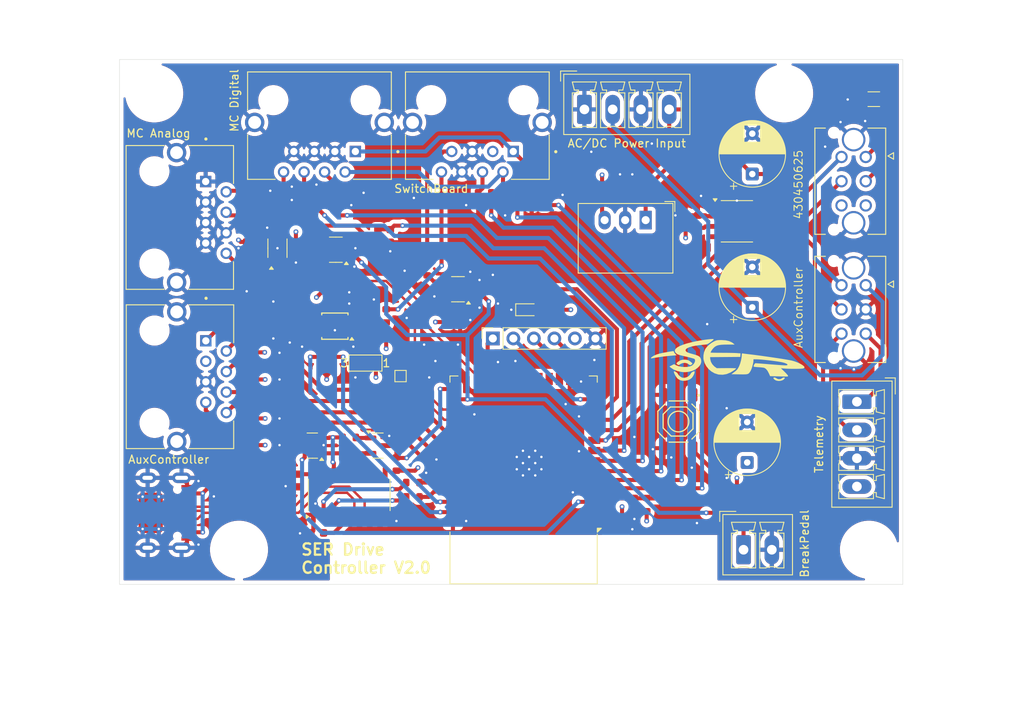
<source format=kicad_pcb>
(kicad_pcb (version 20241229) (generator "pcbnew") (generator_version "9.0")
  (layers (0 "F.Cu" signal) (4 "In1.Cu" signal) (6 "In2.Cu" signal) (2 "B.Cu" signal) (13 "F.Paste" user) (15 "B.Paste" user) (5 "F.SilkS" user "F.Silkscreen") (7 "B.SilkS" user "B.Silkscreen") (1 "F.Mask" user) (3 "B.Mask" user) (25 "Edge.Cuts" user))
  (net 0 "")
  (net 1 "GND")
  (net 2 "+3.3V")
  (net 3 "/MCU ESP32/RESET")
  (net 4 "Net-(U2-AIN2)")
  (net 5 "Net-(U2-AIN3)")
  (net 6 "Net-(U2-AIN1)")
  (net 7 "Net-(U2-AIN0)")
  (net 8 "+12V")
  (net 9 "Net-(U1-SENSOR_VP)")
  (net 10 "Net-(U1-SENSOR_VN)")
  (net 11 "Net-(U6-V3)")
  (net 12 "Net-(U6-VCC)")
  (net 13 "Net-(U1-IO18)")
  (net 14 "Net-(U1-IO19)")
  (net 15 "Net-(C23-Pad1)")
  (net 16 "/Connectors/Tempomat?")
  (net 17 "/Connectors/MC_Deccel")
  (net 18 "/Connectors/MC_Accel")
  (net 19 "/Connectors/BreakLight")
  (net 20 "+12VAux")
  (net 21 "Net-(D1-A)")
  (net 22 "/Connectors/Button_Set")
  (net 23 "/Connectors/Button_Plus")
  (net 24 "/Connectors/Button_Reset")
  (net 25 "/ADC Inputs/AIN_PedalR")
  (net 26 "/ADC Inputs/AIN_PedalL")
  (net 27 "/Connectors/Button_Minus")
  (net 29 "/CAN_Transceiver/CAN_L")
  (net 30 "Net-(J2-Pad2)")
  (net 31 "/CAN_Transceiver/CAN_H")
  (net 33 "/Connectors/MC_Dir")
  (net 34 "/Connectors/SpareSwitch")
  (net 35 "/Connectors/MC_OnOff")
  (net 36 "/ADC Inputs/AIN_Poti")
  (net 37 "/ADC Inputs/AIN_Speed")
  (net 38 "/MCU ESP32/TMS")
  (net 39 "/MCU ESP32/TCK")
  (net 40 "/MCU ESP32/TDO")
  (net 41 "/MCU ESP32/TDI")
  (net 44 "Net-(U6-UD+)")
  (net 45 "Net-(U6-UD-)")
  (net 48 "Net-(JP1-C)")
  (net 49 "RTS")
  (net 50 "Net-(Q1-B)")
  (net 51 "DTR")
  (net 52 "/MCU ESP32/GPIO0")
  (net 53 "Net-(Q2-B)")
  (net 54 "Net-(U2-ALERT{slash}RDY)")
  (net 55 "/ADC Inputs/SCL")
  (net 56 "/ADC Inputs/SDA")
  (net 57 "/Connectors/Pedal")
  (net 58 "/Logic/Recuperation")
  (net 59 "Net-(U1-IO33)")
  (net 60 "/Logic/Deccel_PWM")
  (net 61 "Net-(U4-1Y)")
  (net 62 "Net-(R31-Pad1)")
  (net 63 "/MCU ESP32/RXD0")
  (net 64 "Net-(U6-TXD)")
  (net 65 "Net-(U6-RXD)")
  (net 66 "/MCU ESP32/TXD0")
  (net 67 "/CAN_Transceiver/CAN_R")
  (net 69 "/Logic/Accel_PWM")
  (net 75 "/CAN_Transceiver/CAN_D")
  (net 82 "Net-(U4-1B)")
  (net 92 "Net-(J4-Pin_2)")
  (net 93 "Net-(J4-Pin_1)")
  (net 94 "Net-(U1-IO34)")
  (net 95 "/Connectors/SpareOut?")
  (net 96 "Net-(U1-IO35)")
  (net 97 "/Connectors/SpareIn?")
  (net 98 "Net-(U1-IO32)")
  (net 99 "Net-(U1-IO21)")
  (net 100 "Net-(U1-IO17)")
  (net 101 "Net-(U1-IO5)")
  (net 102 "/Logic/BrakePedal")
  (footprint "PCM_JLCPCB:C_0603" (layer "F.Cu") (at 112.776 76.708 -90)
    (property "Reference" "C34" (hide yes))
    (property "Value" "100nF")
  )
  (footprint "Converter_DCDC:Converter_DCDC_RECOM_R-78E-0.5_THT" (layer "F.Cu") (at 141.351 70.6905 180)
    (property "Reference" "U8" (hide yes))
    (property "Value" "R-78E3.3-1.0")
  )
  (footprint "PCM_JLCPCB:R_0603" (layer "F.Cu") (at 114.3 76.708 90)
    (property "Reference" "R31" (hide yes))
    (property "Value" "10kΩ")
  )
  (footprint "PCM_JLCPCB:R_0603" (layer "F.Cu") (at 94.996 91.948 180)
    (property "Reference" "R17" (hide yes))
    (property "Value" "10kΩ")
  )
  (footprint "Imported_Footprints:MountingHole_3.2mm_M3_No_Copper" (layer "F.Cu") (at 80.5 55)
    (property "Reference" "H1" (hide yes))
    (property "Value" "MountingHole")
  )
  (footprint "Imported_Footprints:CUI_CRJ027-1-TH" (layer "F.Cu") (at 120.5125 55.84 180)
    (property "Reference" "J6" (hide yes))
    (property "Value" "SwitchBoard")
  )
  (footprint "PCM_JLCPCB:R_0603" (layer "F.Cu") (at 125.73 79.248 180)
    (property "Reference" "R26" (hide yes))
    (property "Value" "10kΩ")
  )
  (footprint "PCM_JLCPCB:C_0603" (layer "F.Cu") (at 102.87 79.502)
    (property "Reference" "C4" (hide yes))
    (property "Value" "100nF")
  )
  (footprint "PCM_JLCPCB:C_0603" (layer "F.Cu") (at 97.282 94.488 -90)
    (property "Reference" "C20" (hide yes))
    (property "Value" "100nF")
  )
  (footprint "PCM_JLCPCB:R_0603" (layer "F.Cu") (at 92.71 94.488 -90)
    (property "Reference" "R21" (hide yes))
    (property "Value" "10kΩ")
  )
  (footprint "PCM_JLCPCB:R_0603" (layer "F.Cu") (at 92.71 97.79 -90)
    (property "Reference" "R24" (hide yes))
    (property "Value" "10kΩ")
  )
  (footprint "Imported_Footprints:MountingHole_3.2mm_M3_No_Copper" (layer "F.Cu") (at 158.5 55)
    (property "Reference" "H2" (hide yes))
    (property "Value" "MountingHole")
  )
  (footprint "PCM_JLCPCB:C_0603" (layer "F.Cu") (at 109.728 72.644 -90)
    (property "Reference" "C41" (hide yes))
    (property "Value" "100nF")
  )
  (footprint "PCM_JLCPCB:C_0603" (layer "F.Cu") (at 146.304 70.866 90)
    (property "Reference" "C25" (hide yes))
    (property "Value" "100nF")
  )
  (footprint "RF_Module:ESP32-WROOM-32" (layer "F.Cu") (at 126.238 99.867 180)
    (property "Reference" "U1" (hide yes))
    (property "Value" "ESP32-WROOM-32")
  )
  (footprint "PCM_JLCPCB:C_0603" (layer "F.Cu") (at 99.568 74.168 -90)
    (property "Reference" "C30" (hide yes))
    (property "Value" "100nF")
  )
  (footprint "Connector_PinSocket_2.54mm:PinSocket_1x06_P2.54mm_Vertical" (layer "F.Cu") (at 122.428 85.344 90)
    (property "Reference" "J10" (hide yes))
    (property "Value" "Debug")
  )
  (footprint "Imported_Footprints:CUI_CRJ027-1-TH" (layer "F.Cu") (at 80.539 90.0785 -90)
    (property "Reference" "J1" (hide yes))
    (property "Value" "AuxController")
  )
  (footprint "PCM_JLCPCB:C_0603" (layer "F.Cu") (at 139.954 105.918 -90)
    (property "Reference" "C14" (hide yes))
    (property "Value" "1uF")
  )
  (footprint "PCM_JLCPCB:C_0603" (layer "F.Cu") (at 91.948 74.168 -90)
    (property "Reference" "C31" (hide yes))
    (property "Value" "100nF")
  )
  (footprint "PCM_JLCPCB:R_0603" (layer "F.Cu") (at 141.478 105.918 90)
    (property "Reference" "R15" (hide yes))
    (property "Value" "10kΩ")
  )
  (footprint "PCM_JLCPCB:C_0603" (layer "F.Cu") (at 121.394 68.834 180)
    (property "Reference" "C24" (hide yes))
    (property "Value" "100nF")
  )
  (footprint "PCM_JLCPCB:C_0603" (layer "F.Cu") (at 147.828 70.866 90)
    (property "Reference" "C10" (hide yes))
    (property "Value" "100nF")
  )
  (footprint "PCM_JLCPCB:R_0603" (layer "F.Cu") (at 92.71 68.58 180)
    (property "Reference" "R29" (hide yes))
    (property "Value" "47kΩ")
  )
  (footprint "PCM_JLCPCB:R_0603" (layer "F.Cu") (at 99.822 68.834 180)
    (property "Reference" "R27" (hide yes))
    (property "Value" "10kΩ")
  )
  (footprint "PCM_JLCPCB:R_0603" (layer "F.Cu") (at 112.522 104.964)
    (property "Reference" "R41" (hide yes))
    (property "Value" "470Ω")
  )
  (footprint "PCM_JLCPCB:C_0603" (layer "F.Cu") (at 128.016 68.834 180)
    (property "Reference" "C13" (hide yes))
    (property "Value" "100nF")
  )
  (footprint "PCM_JLCPCB:R_0603" (layer "F.Cu") (at 124.714 67.31)
    (property "Reference" "R10" (hide yes))
    (property "Value" "10kΩ")
  )
  (footprint "PCM_JLCPCB:R_0603" (layer "F.Cu") (at 110.49 100.9 90)
    (property "Reference" "R39" (hide yes))
    (property "Value" "10kΩ")
  )
  (footprint "PCM_JLCPCB:C_0603" (layer "F.Cu") (at 117.602 83.368)
    (property "Reference" "C29" (hide yes))
    (property "Value" "100nF")
  )
  (footprint "PCM_JLCPCB:TYPE-C-SMD_HX-TYPE-C-16PIN" (layer "F.Cu") (at 82.063 106.934 -90)
    (property "Reference" "J12" (hide yes))
    (property "Value" "Connector, USB-TYPE-C-16P")
  )
  (footprint "PCM_JLCPCB:R_0603" (layer "F.Cu") (at 94.996 93.726 180)
    (property "Reference" "R18" (hide yes))
    (property "Value" "10kΩ")
  )
  (footprint "PCM_JLCPCB:R_0603" (layer "F.Cu") (at 108.458 85.344 180)
    (property "Reference" "R5" (hide yes))
    (property "Value" "10kΩ")
  )
  (footprint "PCM_JLCPCB:C_0603" (layer "F.Cu") (at 124.714 68.834 180)
    (property "Reference" "C15" (hide yes))
    (property "Value" "100nF")
  )
  (footprint "PCM_JLCPCB:R_0603" (layer "F.Cu") (at 92.71 84.582 90)
    (property "Reference" "R2" (hide yes))
    (property "Value" "3.3kΩ")
  )
  (footprint "PCM_JLCPCB:C_0603" (layer "F.Cu") (at 136.906 108.204 -90)
    (property "Reference" "C2" (hide yes))
    (property "Value" "100nF")
  )
  (footprint "PCM_JLCPCB:R_0603" (layer "F.Cu") (at 129.8955 81.788 180)
    (property "Reference" "R14" (hide yes))
    (property "Value" "10kΩ")
  )
  (footprint "PCM_JLCPCB:R_0603" (layer "F.Cu") (at 109.22 82.55 -90)
    (property "Reference" "R3" (hide yes))
    (property "Value" "3.3kΩ")
  )
  (footprint "PCM_JLCPCB:R_0603" (layer "F.Cu") (at 102.87 67.31)
    (property "Reference" "R32" (hide yes))
    (property "Value" "10kΩ")
  )
  (footprint "Imported_Footprints:VSSOP-8_2.3x2mm_P0.5mm_modified" (layer "F.Cu") (at 95.758 74.168 90)
    (property "Reference" "U4" (hide yes))
    (property "Value" "SN74LVC2G08DCTR")
  )
  (footprint "PCM_JLCPCB:C_0603" (layer "F.Cu") (at 98.298 102.932 90)
    (property "Reference" "C17" (hide yes))
    (property "Value" "100nF" (hide yes))
  )
  (footprint "Connector_Phoenix_MC:PhoenixContact_MCV_1,5_2-G-3.5_1x02_P3.50mm_Vertical" (layer "F.Cu") (at 153.472 111.506)
    (property "Reference" "J5" (hide yes))
    (property "Value" "BreakPedal")
  )
  (footprint "PCM_JLCPCB:C_0603" (layer "F.Cu") (at 138.43 108.204 -90)
    (property "Reference" "C9" (hide yes))
    (property "Value" "100nF")
  )
  (footprint "PCM_JLCPCB:R_0603" (layer "F.Cu") (at 92.71 81.534 -90)
    (property "Reference" "R1" (hide yes))
    (property "Value" "3.3kΩ")
  )
  (footprint "PCM_JLCPCB:C_0603" (layer "F.Cu") (at 117.602 81.844)
    (property "Reference" "C32" (hide yes))
    (property "Value" "100nF")
  )
  (footprint "PCM_JLCPCB:R_0603" (layer "F.Cu") (at 101.092 88.392 90)
    (property "Reference" "R7" (hide yes))
    (property "Value" "10kΩ")
  )
  (footprint "Imported_Footprints:MountingHole_3.2mm_M3_No_Copper" (layer "F.Cu") (at 91 111.5)
    (property "Reference" "H4" (hide yes))
    (property "Value" "MountingHole")
  )
  (footprint "PCM_JLCPCB:C_0603" (layer "F.Cu") (at 107.696 82.55 90)
    (property "Reference" "C7" (hide yes))
    (property "Value" "100nF")
  )
  (footprint "PCM_JLCPCB:R_0603" (layer "F.Cu") (at 93.472 77.47 -90)
    (property "Reference" "R4" (hide yes))
    (property "Value" "3.3kΩ")
  )
  (footprint "Imported_Footprints:CUI_CRJ027-1-TH" (layer "F.Cu") (at 80.518 70.358 -90)
    (property "Reference" "J8" (hide yes))
    (property "Value" "MC Analog")
  )
  (footprint "PCM_JLCPCB:C_0805" (layer "F.Cu") (at 136.906 66.548)
    (property "Reference" "C37" (hide yes))
    (property "Value" "10uF")
  )
  (footprint "PCM_JLCPCB:C_0603" (layer "F.Cu") (at 94.234 81.534 90)
    (property "Reference" "C5" (hide yes))
    (property "Value" "100nF")
  )
  (footprint "Package_TO_SOT_SMD:SOT-23" (layer "F.Cu") (at 100.076 98.614 180)
    (property "Reference" "Q1" (hide yes))
    (property "Value" "MMBT5551L")
  )
  (footprint "Package_SO:TSSOP-10_3x3mm_P0.5mm" (layer "F.Cu") (at 102.87 83.82 180)
    (property "Reference" "U2" (hide yes))
    (property "Value" "ADS1115IDGS")
  )
  (footprint "Package_SO:SOIC-16_3.9x9.9mm_P1.27mm" (layer "F.Cu") (at 104.648 104.71 90)
    (property "Reference" "U6" (hide yes))
    (property "Value" "CH340C")
  )
  (footprint "PCM_JLCPCB:C_0603" (layer "F.Cu") (at 97.282 87.884 90)
    (property "Reference" "C21" (hide yes))
    (property "Value" "100nF")
  )
  (footprint "PCM_JLCPCB:C_0603" (layer "F.Cu") (at 97.282 91.186 90)
    (property "Reference" "C19" (hide yes))
    (property "Value" "100nF")
  )
  (footprint "Package_TO_SOT_SMD:SOT-23" (layer "F.Cu") (at 108.204 98.614)
    (property "Reference" "Q2" (hide yes))
    (property "Value" "MMBT5551L")
  )
  (footprint "PCM_JLCPCB:R_0603" (layer "F.Cu") (at 91.948 77.47 -90)
    (property "Reference" "R8" (hide yes))
    (property "Value" "10kΩ")
  )
  (footprint "PCM_JLCPCB:R_0603" (layer "F.Cu") (at 102.616 88.392 90)
    (property "Reference" "R6" (hide yes))
    (property "Value" "10kΩ")
  )
  (footprint "PCM_JLCPCB:SW-SMD_4P-L5.1-W5.1-P3.70-LS6.5-TL-2" (layer "F.Cu") (at 145.415 95.631 -90)
    (property "Reference" "S9" (hide yes))
    (property "Value" "Tactile Button, 160gf")
  )
  (footprint "LED_SMD:LED_0603_1608Metric" (layer "F.Cu") (at 126.746 81.788)
    (property "Reference" "D1" (hide yes))
    (property "Value" "LED")
  )
  (footprint "Capacitor_THT:CP_Radial_D8.0mm_P5.00mm" (layer "F.Cu") (at 154.555 81.494 90)
    (property "Reference" "C35" (hide yes))
    (property "Value" "C_Polarized")
  )
  (footprint "PCM_JLCPCB:C_0805" (layer "F.Cu") (at 140.716 66.548 180)
    (property "Reference" "C36" (hide yes))
    (property "Value" "10uF")
  )
  (footprint "Package_TO_SOT_SMD:SOT-23-6" (layer "F.Cu") (at 102.9915 74.356 180)
    (property "Reference" "U5" (hide yes))
    (property "Value" "SN74LVC2G04DBVR")
  )
  (footprint "PCM_JLCPCB:R_0603" (layer "F.Cu") (at 104.648 97.598)
    (property "Reference" "R38" (hide yes))
    (property "Value" "10kΩ")
  )
  (footprint "TestPoint:TestPoint_Pad_1.0x1.0mm" (layer "F.Cu") (at 111 90)
    (property "Reference" "TP1" (hide yes))
    (property "Value" "TestPoint")
  )
  (footprint "PCM_JLCPCB:C_0603" (layer "F.Cu") (at 92.71 71.628)
    (property "Reference" "C27" (hide yes))
    (property "Value" "100nF")
  )
  (footprint "PCM_JLCPCB:C_0603" (layer "F.Cu") (at 102.87 68.834)
    (property "Reference" "C40" (hide yes))
    (property "Value" "100nF")
  )
  (footprint "Capacitor_THT:CP_Radial_D8.0mm_P5.00mm" (layer "F.Cu") (at 154.555 64.984 90)
    (property "Reference" "C12" (hide yes))
    (property "Value" "C_Polarized")
  )
  (footprint "PCM_JLCPCB:C_0603" (layer "F.Cu") (at 151.384 104.648 90)
    (property "Reference" "C18" (hide yes))
    (property "Value" "100nF")
  )
  (footprint "PCM_JLCPCB:C_0603" (layer "F.Cu") (at 94.234 84.582 -90)
    (property "Reference" "C6" (hide yes))
    (property "Value" "100nF")
  )
  (footprint "PCM_JLCPCB:R_0603" (layer "F.Cu") (at 121.412 67.31 180)
    (property "Reference" "R11" (hide yes))
    (property "Value" "10kΩ")
  )
  (footprint "PCM_JLCPCB:R_0603" (layer "F.Cu") (at 92.71 91.186 90)
    (property "Reference" "R22" (hide yes))
    (property "Value" "10kΩ")
  )
  (footprint "Connector_Phoenix_MC:PhoenixContact_MCV_1,5_4-G-3.5_1x04_P3.50mm_Vertical" (layer "F.Cu") (at 133.768 56.983)
    (property "Reference" "J9" (hide yes))
    (property "Value" "AC/DC Power Input")
  )
  (footprint "Imported_Footprints:MOLEX_430450625" (layer "F.Cu") (at 168.604 62.873 90)
    (property "Reference" "J2" (hide yes))
    (property "Value" "430450625")
  )
  (footprint "Capacitor_THT:CP_Radial_D8.0mm_P5.00mm" (layer "F.Cu") (at 153.924 100.700651 90)
    (property "Reference" "C38" (hide yes))
    (property "Value" "C_Polarized")
  )
  (footprint "PCM_JLCPCB:C_0603" (layer "F.Cu") (at 102.87 81.026)
    (property "Reference" "C1" (hide yes))
    (property "Value" "100nF")
  )
  (footprint "PCM_JLCPCB:C_0603" (layer "F.Cu") (at 92.71 67.056)
    (property "Reference" "C26" (hide yes))
    (property "Value" "100nF")
  )
  (footprint "PCM_JLCPCB:R_0603" (layer "F.Cu") (at 128.016 67.31)
    (property "Reference" "R9" (hide yes))
    (property "Value" "10kΩ")
  )
  (footprint "Resistor_SMD:R_1206_3216Metric" (layer "F.Cu") (at 169.604 55.713 180)
    (property "Reference" "R12" (hide yes))
    (property "Value" "R")
  )
  (footprint "PCM_JLCPCB:R_0603" (layer "F.Cu") (at 153.67 105.41)
    (property "Reference" "R16" (hide yes))
    (property "Value" "10kΩ")
  )
  (footprint "PCM_JLCPCB:C_0603" (layer "F.Cu") (at 100.693 109.424 180)
    (property "Reference" "C16" (hide yes))
    (property "Value" "100nF")
  )
  (footprint "PCM_JLCPCB:R_0603" (layer "F.Cu") (at 153.67 103.886 180)
    (property "Reference" "R25" (hide yes))
    (property "Value" "10kΩ")
  )
  (footprint "Imported_Footprints:SER_Logo" (layer "F.Cu") (at 151.431895 88.969912)
    (property "Reference" "G1" (hide yes))
    (property "Value" "LOGO" (hide yes))
  )
  (footprint "PCM_JLCPCB:C_0603" (layer "F.Cu") (at 99.822 67.31)
    (property "Reference" "C39" (hide yes))
    (property "Value" "100nF")
  )
  (footprint "PCM_JLCPCB:R_0603" (layer "F.Cu") (at 112.522 103.186)
    (property "Reference" "R40" (hide yes))
    (property "Value" "470Ω")
  )
  (footprint "Imported_Footprints:MountingHole_3.2mm_M3_No_Copper" (layer "F.Cu") (at 169 111.5)
    (property "Reference" "H3" (hide yes))
    (property "Value" "MountingHole")
  )
  (footprint "PCM_JLCPCB:R_0603" (layer "F.Cu") (at 94.996 88.646 180)
    (property "Reference" "R19" (hide yes))
    (property "Value" "10kΩ")
  )
  (footprint "PCM_JLCPCB:C_0603" (layer "F.Cu") (at 123.444 78.486 90)
    (property "Reference" "C23" (hide yes))
    (property "Value" "100nF")
  )
  (footprint "PCM_JLCPCB:C_0603" (layer "F.Cu") (at 98.044 74.168 -90)
    (property "Reference" "C11" (hide yes))
    (property "Value" "100nF")
  )
  (footprint "PCM_JLCPCB:R_0603" (layer "F.Cu") (at 94.996 97.028 180)
    (property "Reference" "R20" (hide yes))
    (property "Value" "10kΩ")
  )
  (footprint "PCM_JLCPCB:R_0603" (layer "F.Cu") (at 108.204 72.644 -90)
    (property "Reference" "R33" (hide yes))
    (property "Value" "10kΩ")
  )
  (footprint "PCM_JLCPCB:R_0603" (layer "F.Cu") (at 104.648 99.63 180)
    (property "Reference" "R37" (hide yes))
    (property "Value" "10kΩ")
  )
  (footprint "PCM_JLCPCB:C_0603" (layer "F.Cu") (at 96.52 80.01 -90)
    (property "Reference" "C8" (hide yes))
    (property "Value" "100nF")
  )
  (footprint "PCM_JLCPCB:R_0603" (layer "F.Cu") (at 92.71 87.884 90)
    (property "Reference" "R23" (hide yes))
    (property "Value" "10kΩ")
  )
  (footprint "Imported_Footprints:CUI_CRJ027-1-TH" (layer "F.Cu") (at 100.961 55.84 180)
    (property "Reference" "J7" (hide yes))
    (property "Value" "MC Digital")
  )
  (footprint "Package_SO:SOIC-8_3.9x4.9mm_P1.27mm" (layer "F.Cu") (at 152.65 70.836349)
    (property "Reference" "U3" (hide yes))
    (property "Value" "SN65HVD232")
  )
  (footprint "Package_TO_SOT_SMD:SOT-23-5" (layer "F.Cu") (at 118.11 79.248 180)
    (property "Reference" "U7" (hide yes))
    (property "Value" "SN74LVC1G32DBVR")
  )
  (footprint "PCM_JLCPCB:R_0603" (layer "F.Cu") (at 92.71 70.104 180)
    (property "Reference" "R30" (hide yes))
    (property "Value" "47kΩ")
  )
  (footprint "PCM_JLCPCB:C_0603" (layer "F.Cu") (at 93.472 74.168 -90)
    (property "Reference" "C28" (hide yes))
    (property "Value" "100nF")
  )
  (footprint "Jumper:SolderJumper-3_P1.3mm_Open_Pad1.0x1.5mm_NumberLabels" (layer "F.Cu") (at 106.65 88.392 180)
    (property "Reference" "JP1" (hide yes))
    (property "Value" "SolderJumper_3_Open")
  )
  (footprint "PCM_JLCPCB:C_0603" (layer "F.Cu") (at 97.282 97.79 -90)
    (property "Reference" "C22" (hide yes))
    (property "Value" "100nF")
  )
  (footprint "PCM_JLCPCB:R_0603" (layer "F.Cu") (at 157.795 70.836349 -90)
    (property "Reference" "R13" (hide yes))
    (property "Value" "120Ω")
  )
  (footprint "Imported_Footprints:MOLEX_430450625" (layer "F.Cu") (at 168.604 78.748 90)
    (property "Reference" "J3" (hide yes))
    (property "Value" "AuxController")
  )
  (footprint "Connector_Phoenix_MC:PhoenixContact_MCV_1,5_4-G-3.5_1x04_P3.50mm_Vertical" (layer "F.Cu") (at 167.509 93.178 -90)
    (property "Reference" "J4" (hide yes))
    (property "Value" "Telemetry")
  )
  (gr_rect (start 76.2 50.8) (end 173.2 115.8) (stroke (width 0.05)) (fill no) (layer "Edge.Cuts"))
  (gr_text "SER Drive\nController V2.0" (at 98.552 114.554 0) (layer "F.SilkS") (effects (font (size 1.4 1.4) (thickness 0.28) (bold yes)) (justify left bottom)))
  (segment (start 100.203 107.185) (end 100.203 109.134) (width 0.5) (layer "F.Cu") (net 1))
  (segment (start 95.758 74.168) (end 95.784848 74.168) (width 0.3) (layer "F.Cu") (net 1))
  (segment (start 84.563 110.584) (end 83.883 111.264) (width 0.5) (layer "F.Cu") (net 1))
  (segment (start 100.203 106.045) (end 100.457 105.791) (width 0.5) (layer "F.Cu") (net 1))
  (segment (start 99.317 107.185) (end 98.552 107.95) (width 0.5) (layer "F.Cu") (net 1))
  (segment (start 147.828 70.086) (end 147.828 68.072) (width 0.5) (layer "F.Cu") (net 1))
  (segment (start 96.508 74.891152) (end 96.508 75.568) (width 0.3) (layer "F.Cu") (net 1))
  (segment (start 94.252 85.344) (end 94.234 85.362) (width 0.5) (layer "F.Cu") (net 1))
  (segment (start 103.65 79.502) (end 103.65 81.026) (width 0.5) (layer "F.Cu") (net 1))
  (segment (start 139.7 108.966) (end 136.924 108.966) (width 0.5) (layer "F.Cu") (net 1))
  (segment (start 127.236 68.834) (end 127.236 70.757) (width 0.5) (layer "F.Cu") (net 1))
  (segment (start 97.264 87.122) (end 97.282 87.104) (width 0.5) (layer "F.Cu") (net 1))
  (segment (start 103.65 68.834) (end 104.902 68.834) (width 0.5) (layer "F.Cu") (net 1))
  (segment (start 146.286 70.104) (end 146.304 70.086) (width 0.5) (layer "F.Cu") (net 1))
  (segment (start 127.236 70.757) (end 126.238 71.755) (width 0.5) (layer "F.Cu") (net 1))
  (segment (start 105.222 74.356) (end 105.41 74.168) (width 0.5) (layer "F.Cu") (net 1))
  (segment (start 98.218 103.632) (end 98.298 103.712) (width 0.5) (layer "F.Cu") (net 1))
  (segment (start 94.234 80.754) (end 95.232 80.754) (width 0.5) (layer "F.Cu") (net 1))
  (segment (start 147.943349 70.201349) (end 147.828 70.086) (width 0.5) (layer "F.Cu") (net 1))
  (segment (start 85.242 103.734) (end 85.979 102.997) (width 0.5) (layer "F.Cu") (net 1))
  (segment (start 95.784848 74.168) (end 96.508 74.891152) (width 0.3) (layer "F.Cu") (net 1))
  (segment (start 136.039 108.117) (end 136.906 108.984) (width 0.5) (layer "F.Cu") (net 1))
  (segment (start 84.563 103.284) (end 83.883 102.604) (width 0.5) (layer "F.Cu") (net 1))
  (segment (start 107.696 80.518) (end 107.696 81.77) (width 0.5) (layer "F.Cu") (net 1))
  (segment (start 147.828 68.072) (end 148.209 67.691) (width 0.5) (layer "F.Cu") (net 1))
  (segment (start 100.203 107.185) (end 99.317 107.185) (width 0.5) (layer "F.Cu") (net 1))
  (segment (start 136.906 108.984) (end 138.43 108.984) (width 0.5) (layer "F.Cu") (net 1))
  (segment (start 136.924 108.966) (end 136.906 108.984) (width 0.5) (layer "F.Cu") (net 1))
  (segment (start 123.934 70.086) (end 123.952 70.104) (width 0.5) (layer "F.Cu") (net 1))
  (segment (start 84.563 110.134) (end 85.242 110.134) (width 0.5) (layer "F.Cu") (net 1))
  (segment (start 100.584 66.294) (end 100.584 67.292) (width 0.5) (layer "F.Cu") (net 1))
  (segment (start 97.264 90.424) (end 97.282 90.406) (width 0.5) (layer "F.Cu") (net 1))
  (segment (start 145.034 70.104) (end 146.286 70.104) (width 0.5) (layer "F.Cu") (net 1))
  (segment (start 134.988 108.117) (end 136.039 108.117) (width 0.5) (layer "F.Cu") (net 1))
  (segment (start 119.126 68.834) (end 120.614 68.834) (width 0.5) (layer "F.Cu") (net 1))
  (segment (start 123.952 70.739) (end 123.952 70.104) (width 0.5) (layer "F.Cu") (net 1))
  (segment (start 165.481 88.521) (end 167.104 86.898) (width 0.5) (layer "F.Cu") (net 1))
  (segment (start 84.563 103.734) (end 85.242 103.734) (width 0.5) (layer "F.Cu") (net 1))
  (segment (start 104.648 79.629) (end 103.777 79.629) (width 0.5) (layer "F.Cu") (net 1))
  (segment (start 100.203 109.134) (end 99.913 109.424) (width 0.5) (layer "F.Cu") (net 1))
  (segment (start 104.129 74.356) (end 105.222 74.356) (width 0.5) (layer "F.Cu") (net 1))
  (segment (start 151.384 103.868) (end 151.384 102.616) (width 0.5) (layer "F.Cu") (net 1))
  (segment (start 123.934 68.834) (end 123.934 70.086) (width 0.5) (layer "F.Cu") (net 1))
  (segment (start 100.203 107.185) (end 100.203 106.045) (width 0.5) (layer "F.Cu") (net 1))
  (segment (start 168.783 88.577) (end 168.783 88.9) (width 0.5) (layer "F.Cu") (net 1))
  (segment (start 139.954 106.698) (end 139.954 107.696) (width 0.5) (layer "F.Cu") (net 1))
  (segment (start 105.02 83.82) (end 103.632 83.82) (width 0.3) (layer "F.Cu") (net 1))
  (segment (start 103.777 79.629) (end 103.65 79.502) (width 0.5) (layer "F.Cu") (net 1))
  (segment (start 104.648 81.026) (end 103.65 81.026) (width 0.5) (layer "F.Cu") (net 1))
  (segment (start 96.774 103.632) (end 98.218 103.632) (width 0.5) (layer "F.Cu") (net 1))
  (segment (start 84.563 103.734) (end 84.563 103.284) (width 0.5) (layer "F.Cu") (net 1))
  (segment (start 167.104 86.898) (end 168.783 88.577) (width 0.5) (layer "F.Cu") (net 1))
  (segment (start 93.49 71.628) (end 94.488 71.628) (width 0.5) (layer "F.Cu") (net 1))
  (segment (start 100.584 67.292) (end 100.602 67.31) (width 0.5) (layer "F.Cu") (net 1))
  (segment (start 84.563 110.134) (end 84.563 110.584) (width 0.5) (layer "F.Cu") (net 1))
  (segment (start 150.175 70.201349) (end 147.943349 70.201349) (width 0.5) (layer "F.Cu") (net 1))
  (segment (start 98.552 107.95) (end 98.552 109.474) (width 0.5) (layer "F.Cu") (net 1))
  (segment (start 126.238 71.755) (end 124.968 71.755) (width 0.5) (layer "F.Cu") (net 1))
  (segment (start 95.25 85.344) (end 94.252 85.344) (width 0.5) (layer "F.Cu") (net 1))
  (segment (start 124.968 71.755) (end 123.952 70.739) (width 0.5) (layer "F.Cu") (net 1))
  (segment (start 95.232 80.754) (end 95.25 80.772) (width 0.5) (layer "F.Cu") (net 1))
  (segment (start 165.481 89.027) (end 165.481 88.521) (width 0.5) (layer "F.Cu") (net 1))
  (segment (start 85.242 110.134) (end 85.979 110.871) (width 0.5) (layer "F.Cu") (net 1))
  (via (at 96.012 87.122) (size 0.6) (drill 0.3) (layers "F.Cu" "B.Cu") (net 1))
  (via (at 138.176 65.024) (size 0.6) (drill 0.3) (layers "F.Cu" "B.Cu") (net 1))
  (via (at 101.473 98.552) (size 0.6) (drill 0.3) (layers "F.Cu" "B.Cu") (net 1))
  (via (at 115.316 88.138) (size 0.6) (drill 0.3) (layers "F.Cu" "B.Cu") (net 1))
  (via (at 119.634 83.058) (size 0.6) (drill 0.3) (layers "F.Cu" "B.Cu") (net 1))
  (via (at 168.529 58.42) (size 0.6) (drill 0.3) (layers "F.Cu" "B.Cu") (net 1))
  (via (at 134.62 62.23) (size 0.6) (drill 0.3) (layers "F.Cu" "B.Cu") (net 1))
  (via (at 104.902 68.834) (size 0.6) (drill 0.3) (layers "F.Cu" "B.Cu") (net 1))
  (via (at 105.41 90.17) (size 0.6) (drill 0.3) (layers "F.Cu" "B.Cu") (net 1))
  (via (at 96.774 103.632) (size 0.6) (drill 0.3) (layers "F.Cu" "B.Cu") (net 1))
  (via (at 119.634 77.089) (size 0.6) (drill 0.3) (layers "F.Cu" "B.Cu") (net 1))
  (via (at 95.758 74.168) (size 0.6) (drill 0.3) (layers "F.Cu" "B.Cu") (net 1))
  (via (at 97.536 68.199) (size 0.6) (drill 0.3) (layers "F.Cu" "B.Cu") (net 1))
  (via (at 133.096 94.996) (size 0.6) (drill 0.3) (layers "F.Cu" "B.Cu") (net 1))
  (via (at 95.25 80.772) (size 0.6) (drill 0.3) (layers "F.Cu" "B.Cu") (net 1))
  (via (at 107.696 80.518) (size 0.6) (drill 0.3) (layers "F.Cu" "B.Cu") (net 1))
  (via (at 139.7 65.024) (size 0.6) (drill 0.3) (layers "F.Cu" "B.Cu") (net 1))
  (via (at 119.126 68.834) (size 0.6) (drill 0.3) (layers "F.Cu" "B.Cu") (net 1))
  (via (at 120.777 81.534) (size 0.6) (drill 0.3) (layers "F.Cu" "B.Cu") (net 1))
  (via (at 165.481 89.027) (size 0.6) (drill 0.3) (layers "F.Cu" "B.Cu") (net 1))
  (via (at 148.971 83.566) (size 0.6) (drill 0.3) (layers "F.Cu" "B.Cu") (net 1))
  (via (at 120.142 94.742) (size 0.6) (drill 0.3) (layers "F.Cu" "B.Cu") (net 1))
  (via (at 105.283 76.454) (size 0.6) (drill 0.3) (layers "F.Cu" "B.Cu") (net 1))
  (via (at 120.777 78.105) (size 0.6) (drill 0.3) (layers "F.Cu" "B.Cu") (net 1))
  (via (at 123.952 70.104) (size 0.6) (drill 0.3) (layers "F.Cu" "B.Cu") (net 1))
  (via (at 110.49 107.95) (size 0.6) (drill 0.3) (layers "F.Cu" "B.Cu") (net 1))
  (via (at 94.869 67.056) (size 0.6) (drill 0.3) (layers "F.Cu" "B.Cu") (net 1))
  (via (at 139.954 107.696) (size 0.6) (drill 0.3) (layers "F.Cu" "B.Cu") (net 1))
  (via (at 111.506 76.962) (size 0.6) (drill 0.3) (layers "F.Cu" "B.Cu") (net 1))
  (via (at 165.481 58.547) (size 0.6) (drill 0.3) (layers "F.Cu" "B.Cu") (net 1))
  (via (at 100.584 66.294) (size 0.6) (drill 0.3) (layers "F.Cu" "B.Cu") (net 1))
  (via (at 166.37 55.753) (size 0.6) (drill 0.3) (layers "F.Cu" "B.Cu") (net 1))
  (via (at 95.25 85.344) (size 0.6) (drill 0.3) (layers "F.Cu" "B.Cu") (net 1))
  (via (at 122.428 77.47) (size 0.6) (drill 0.3) (layers "F.Cu" "B.Cu") (net 1))
  (via (at 106.426 67.31) (size 0.6) (drill 0.3) (layers "F.Cu" "B.Cu") (net 1))
  (via (at 142.24 99.06) (size 0.6) (drill 0.3) (layers "F.Cu" "B.Cu") (net 1))
  (via (at 114.173 101.981) (size 0.6) (drill 0.3) (layers "F.Cu" "B.Cu") (net 1))
  (via (at 104.648 81.026) (size 0.6) (drill 0.3) (layers "F.Cu" "B.Cu") (net 1))
  (via (at 98.552 109.474) (size 0.6) (drill 0.3) (layers "F.Cu" "B.Cu") (net 1))
  (via (at 98.044 75.946) (size 0.6) (drill 0.3) (layers "F.Cu" "B.Cu") (net 1))
  (via (at 152.65 68.276349) (size 0.6) (drill 0.3) (layers "F.Cu" "B.Cu") (net 1))
  (via (at 105.156 86.36) (size 0.6) (drill 0.3) (layers "F.Cu" "B.Cu") (net 1))
  (via (at 96.012 90.424) (size 0.6) (drill 0.3) (layers "F.Cu" "B.Cu") (net 1))
  (via (at 133.096 99.314) (size 0.6) (drill 0.3) (layers "F.Cu" "B.Cu") (net 1))
  (via (at 85.979 110.871) (size 0.6) (drill 0.3) (layers "F.Cu" "B.Cu") (net 1))
  (via (at 151.384 93.98) (size 0.6) (drill 0.3) (layers "F.Cu" "B.Cu") (net 1))
  (via (at 105.41 74.168) (size 0.6) (drill 0.3) (layers "F.Cu" "B.Cu") (net 1))
  (via (at 135.001 88.011) (size 0.6) (drill 0.3) (layers "F.Cu" "B.Cu") (net 1))
  (via (at 139.7 108.966) (size 0.6) (drill 0.3) (layers "F.Cu" "B.Cu") (net 1))
  (via (at 113.919 86.106) (size 0.6) (drill 0.3) (layers "F.Cu" "B.Cu") (net 1))
  (via (at 167.132 89.154) (size 0.6) (drill 0.3) (layers "F.Cu" "B.Cu") (net 1))
  (via (at 96.012 98.552) (size 0.6) (drill 0.3) (layers "F.Cu" "B.Cu") (net 1))
  (via (at 118.11 86.106) (size 0.6) (drill 0.3) (layers "F.Cu" "B.Cu") (net 1))
  (via (at 147.701 108.204) (size 0.6) (drill 0.3) (layers "F.Cu" "B.Cu") (net 1))
  (via (at 97.282 85.852) (size 0.6) (drill 0.3) (layers "F.Cu" "B.Cu") (net 1))
  (via (at 148.209 67.691) (size 0.6) (drill 0.3) (layers "F.Cu" "B.Cu") (net 1))
  (via (at 124.714 81.788) (size 0.6) (drill 0.3) (layers "F.Cu" "B.Cu") (net 1))
  (via (at 97.536 66.548) (size 0.6) (drill 0.3) (layers "F.Cu" "B.Cu") (net 1))
  (via (at 85.979 102.997) (size 0.6) (drill 0.3) (layers "F.Cu" "B.Cu") (net 1))
  (via (at 151.384 102.616) (size 0.6) (drill 0.3) (layers "F.Cu" "B.Cu") (net 1))
  (via (at 102.87 84.328) (size 0.6) (drill 0.3) (layers "F.Cu" "B.Cu") (net 1))
  (via (at 142.113 61.214) (size 0.6) (drill 0.3) (layers "F.Cu" "B.Cu") (net 1))
  (via (at 96.012 95.25) (size 0.6) (drill 0.3) (layers "F.Cu" "B.Cu") (net 1))
  (via (at 115.443 100.33) (size 0.6) (drill 0.3) (layers "F.Cu" "B.Cu") (net 1))
  (via (at 144.526 100.076) (size 0.6) (drill 0.3) (layers "F.Cu" "B.Cu") (net 1))
  (via (at 125.222 88.138) (size 0.6) (drill 0.3) (layers "F.Cu" "B.Cu") (net 1))
  (via (at 131.064 67.564) (size 0.6) (drill 0.3) (layers "F.Cu" "B.Cu") (net 1))
  (via (at 104.648 79.629) (size 0.6) (drill 0.3) (layers "F.Cu" "B.Cu") (net 1))
  (via (at 119.126 107.95) (size 0.6) (drill 0.3) (layers "F.Cu" "B.Cu") (net 1))
  (via (at 109.728 74.549) (size 0.6) (drill 0.3) (layers "F.Cu" "B.Cu") (net 1))
  (via (at 90.932 74.168) (size 0.6) (drill 0.3) (layers "F.Cu" "B.Cu") (net 1))
  (via (at 123.063 81.026) (size 0.6) (drill 0.3) (layers "F.Cu" "B.Cu") (net 1))
  (via (at 87.884 104.902) (size 0.6) (drill 0.3) (layers "F.Cu" "B.Cu") (net 1))
  (via (at 98.806 86.36) (size 0.6) (drill 0.3) (layers "F.Cu" "B.Cu") (net 1))
  (via (at 115.189 80.137) (size 0.6) (drill 0.3) (layers "F.Cu" "B.Cu") (net 1))
  (via (at 94.488 71.628) (size 0.6) (drill 0.3) (layers "F.Cu" "B.Cu") (net 1))
  (via (at 112.649 67.945) (size 0.6) (drill 0.3) (layers "F.Cu" "B.Cu") (net 1))
  (via (at 109.601 97.409) (size 0.6) (drill 0.3) (layers "F.Cu" "B.Cu") (net 1))
  (via (at 163.576 61.595) (size 0.6) (drill 0.3) (layers "F.Cu" "B.Cu") (net 1))
  (via (at 91.948 79.502) (size 0.6) (drill 0.3) (layers "F.Cu" "B.Cu") (net 1))
  (via (at 133.35 90.678) (size 0.6) (drill 0.3) (layers "F.Cu" "B.Cu") (net 1))
  (via (at 111.76 82.804) (size 0.6) (drill 0.3) (layers "F.Cu" "B.Cu") (net 1))
  (via (at 132.334 104.394) (size 0.6) (drill 0.3) (layers "F.Cu" "B.Cu") (net 1))
  (via (at 145.034 70.104) (size 0.6) (drill 0.3) (layers "F.Cu" "B.Cu") (net 1))
  (via (at 100.457 105.791) (size 0.6) (drill 0.3) (layers "F.Cu" "B.Cu") (net 1))
  (via (at 131.445 93.472) (size 0.6) (drill 0.3) (layers "F.Cu" "B.Cu") (net 1))
  (via (at 123.063 88.265) (size 0.6) (drill 0.3) (layers "F.Cu" "B.Cu") (net 1))
  (via (at 139.954 97.536) (size 0.6) (drill 0.3) (layers "F.Cu" "B.Cu") (net 1))
  (via (at 147.066 101.346) (size 0.6) (drill 0.3) (layers "F.Cu" "B.Cu") (net 1))
  (via (at 114.554 90.17) (size 0.6) (drill 0.3) (layers "F.Cu" "B.Cu") (net 1))
  (segment (start 100.536 74.356) (end 99.568 73.388) (width 0.5) (layer "F.Cu") (net 2))
  (segment (start 136.329 106.847) (end 134.988 106.847) (width 0.5) (layer "F.Cu") (net 2))
  (segment (start 94.092 72.768) (end 93.472 73.388) (width 0.3) (layer "F.Cu") (net 2))
  (segment (start 92.71 87.064) (end 94.176 87.064) (width 0.5) (layer "F.Cu") (net 2))
  (segment (start 102.09 83.33) (end 102.09 81.026) (width 0.3) (layer "F.Cu") (net 2))
  (segment (start 132.08 81.788) (end 130.7155 81.788) (width 0.5) (layer "F.Cu") (net 2))
  (segment (start 101.6 83.82) (end 102.09 83.33) (width 0.3) (layer "F.Cu") (net 2))
  (segment (start 116.822 80.3485) (end 116.9725 80.198) (width 0.5) (layer "F.Cu") (net 2))
  (segment (start 109.22 85.402) (end 109.278 85.344) (width 0.5) (layer "F.Cu") (net 2))
  (segment (start 146.304 71.646) (end 146.304 72.898) (width 0.5) (layer "F.Cu") (net 2))
  (segment (start 148.572 71.646) (end 148.746651 71.471349) (width 0.5) (layer "F.Cu") (net 2))
  (segment (start 116.822 81.844) (end 116.822 80.3485) (width 0.5) (layer "F.Cu") (net 2))
  (segment (start 92.768 90.424) (end 92.71 90.366) (width 0.5) (layer "F.Cu") (net 2))
  (segment (start 135.956 70.3755) (end 136.271 70.6905) (width 0.5) (layer "F.Cu") (net 2))
  (segment (start 100.72 83.82) (end 101.6 83.82) (width 0.3) (layer "F.Cu") (net 2))
  (segment (start 146.304 71.646) (end 147.828 71.646) (width 0.5) (layer "F.Cu") (net 2))
  (segment (start 112.783 101.72) (end 110.49 101.72) (width 0.5) (layer "F.Cu") (net 2))
  (segment (start 115.316 83.312) (end 116.766 83.312) (width 0.5) (layer "F.Cu") (net 2))
  (segment (start 135.956 66.548) (end 135.956 70.3755) (width 0.5) (layer "F.Cu") (net 2))
  (segment (start 141.478 106.738) (end 141.478 107.95) (width 0.5) (layer "F.Cu") (net 2))
  (segment (start 91.204 73.388) (end 91.948 73.388) (width 0.5) (layer "F.Cu") (net 2))
  (segment (start 92.768 95.25) (end 92.71 95.308) (width 0.5) (layer "F.Cu") (net 2))
  (segment (start 116.766 83.312) (end 116.822 83.368) (width 0.5) (layer "F.Cu") (net 2))
  (segment (start 101.346 79.502) (end 100.584 80.264) (width 0.5) (layer "F.Cu") (net 2))
  (segment (start 94.234 90.424) (end 92.768 90.424) (width 0.5) (layer "F.Cu") (net 2))
  (segment (start 101.854 74.356) (end 100.536 74.356) (width 0.5) (layer "F.Cu") (net 2))
  (segment (start 95.008 72.768) (end 94.092 72.768) (width 0.3) (layer "F.Cu") (net 2))
  (segment (start 135.956 65.09) (end 135.956 66.548) (width 0.5) (layer "F.Cu") (net 2))
  (segment (start 94.234 98.552) (end 92.768 98.552) (width 0.5) (layer "F.Cu") (net 2))
  (segment (start 91.948 73.388) (end 93.472 73.388) (width 0.5) (layer "F.Cu") (net 2))
  (segment (start 116.822 83.368) (end 116.822 81.844) (width 0.5) (layer "F.Cu") (net 2))
  (segment (start 90.968 73.152) (end 91.204 73.388) (width 0.5) (layer "F.Cu") (net 2))
  (segment (start 92.768 98.552) (end 92.71 98.61) (width 0.5) (layer "F.Cu") (net 2))
  (segment (start 147.828 71.646) (end 148.572 71.646) (width 0.5) (layer "F.Cu") (net 2))
  (segment (start 102.09 79.502) (end 101.346 79.502) (width 0.5) (layer "F.Cu") (net 2))
  (segment (start 101.854 89.974) (end 101.092 89.212) (width 0.5) (layer "F.Cu") (net 2))
  (segment (start 99.568 73.388) (end 98.044 73.388) (width 0.5) (layer "F.Cu") (net 2))
  (segment (start 152.654 102.616) (end 152.654 103.69) (width 0.5) (layer "F.Cu") (net 2))
  (segment (start 101.854 90.424) (end 101.854 89.974) (width 0.5) (layer "F.Cu") (net 2))
  (segment (start 113.157 101.346) (end 112.783 101.72) (width 0.5) (layer "F.Cu") (net 2))
  (segment (start 138.43 107.424) (end 136.906 107.424) (width 0.5) (layer "F.Cu") (net 2))
  (segment (start 90.932 73.152) (end 90.968 73.152) (width 0.5) (layer "F.Cu") (net 2))
  (segment (start 102.09 79.502) (end 102.09 81.026) (width 0.5) (layer "F.Cu") (net 2))
  (segment (start 102.616 89.212) (end 101.854 89.974) (width 0.5) (layer "F.Cu") (net 2))
  (segment (start 107.95 88.392) (end 107.95 90.17) (width 0.5) (layer "F.Cu") (net 2))
  (segment (start 138.43 106.172) (end 138.43 107.424) (width 0.5) (layer "F.Cu") (net 2))
  (segment (start 109.22 86.614) (end 109.22 85.402) (width 0.5) (layer "F.Cu") (net 2))
  (segment (start 152.654 103.69) (end 152.85 103.886) (width 0.5) (layer "F.Cu") (net 2))
  (segment (start 98.044 73.388) (end 98.044 72.136) (width 0.5) (layer "F.Cu") (net 2))
  (segment (start 136.906 107.424) (end 136.329 106.847) (width 0.5) (layer "F.Cu") (net 2))
  (segment (start 148.746651 71.471349) (end 150.175 71.471349) (width 0.5) (layer "F.Cu") (net 2))
  (segment (start 94.234 95.25) (end 92.768 95.25) (width 0.5) (layer "F.Cu") (net 2))
  (via (at 138.43 106.172) (size 0.6) (drill 0.3) (layers "F.Cu" "B.Cu") (net 2))
  (via (at 141.478 107.95) (size 0.6) (drill 0.3) (layers "F.Cu" "B.Cu") (net 2))
  (via (at 94.234 90.424) (size 0.6) (drill 0.3) (layers "F.Cu" "B.Cu") (net 2))
  (via (at 90.932 73.152) (size 0.6) (drill 0.3) (layers "F.Cu" "B.Cu") (net 2))
  (via (at 94.234 98.552) (size 0.6) (drill 0.3) (layers "F.Cu" "B.Cu") (net 2))
  (via (at 132.08 81.788) (size 0.6) (drill 0.3) (layers "F.Cu" "B.Cu") (net 2))
  (via (at 146.304 72.898) (size 0.6) (drill 0.3) (layers "F.Cu" "B.Cu") (net 2))
  (via (at 94.176 87.064) (size 0.6) (drill 0.3) (layers "F.Cu" "B.Cu") (net 2))
  (via (at 135.956 65.09) (size 0.6) (drill 0.3) (layers "F.Cu" "B.Cu") (net 2))
  (via (at 100.584 80.264) (size 0.6) (drill 0.3) (layers "F.Cu" "B.Cu") (net 2))
  (via (at 109.22 86.614) (size 0.6) (drill 0.3) (layers "F.Cu" "B.Cu") (net 2))
  (via (at 152.654 102.616) (size 0.6) (drill 0.3) (layers "F.Cu" "B.Cu") (net 2))
  (via (at 107.95 90.17) (size 0.6) (drill 0.3) (layers "F.Cu" "B.Cu") (net 2))
  (via (at 101.854 90.424) (size 0.6) (drill 0.3) (layers "F.Cu" "B.Cu") (net 2))
  (via (at 115.316 83.312) (size 0.6) (drill 0.3) (layers "F.Cu" "B.Cu") (net 2))
  (via (at 94.234 95.25) (size 0.6) (drill 0.3) (layers "F.Cu" "B.Cu") (net 2))
  (via (at 98.044 72.136) (size 0.6) (drill 0.3) (layers "F.Cu" "B.Cu") (net 2))
  (via (at 113.157 101.346) (size 0.6) (drill 0.3) (layers "F.Cu" "B.Cu") (net 2))
  (segment (start 147.265 98.931) (end 147.265 92.331) (width 0.5) (layer "F.Cu") (net 3))
  (segment (start 134.988 105.577) (end 136.993 105.577) (width 0.5) (layer "F.Cu") (net 3))
  (segment (start 99.1385 98.614) (end 99.1385 100.0595) (width 0.5) (layer "F.Cu") (net 3))
  (segment (start 134.988 105.577) (end 133.009 105.577) (width 0.5) (layer "F.Cu") (net 3))
  (segment (start 149.932 104.576) (end 149.932 101.926) (width 0.5) (layer "F.Cu") (net 3))
  (segment (start 139.936 105.156) (end 139.954 105.138) (width 0.5) (layer "F.Cu") (net 3))
  (segment (start 136.993 105.577) (end 137.414 105.156) (width 0.5) (layer "F.Cu") (net 3))
  (segment (start 149.932 101.926) (end 147.392 99.386) (width 0.5) (layer "F.Cu") (net 3))
  (segment (start 137.414 105.156) (end 139.936 105.156) (width 0.5) (layer "F.Cu") (net 3))
  (segment (start 141.928 105.156) (end 149.352 105.156) (width 0.5) (layer "F.Cu") (net 3))
  (segment (start 141.438 105.138) (end 141.478 105.098) (width 0.5) (layer "F.Cu") (net 3))
  (segment (start 99.1385 100.0595) (end 98.806 100.392) (width 0.5) (layer "F.Cu") (net 3))
  (segment (start 139.954 105.138) (end 141.438 105.138) (width 0.5) (layer "F.Cu") (net 3))
  (segment (start 149.352 105.156) (end 149.932 104.576) (width 0.5) (layer "F.Cu") (net 3))
  (via (at 133.009 105.577) (size 0.6) (drill 0.3) (layers "F.Cu" "B.Cu") (net 3))
  (via (at 98.806 100.392) (size 0.6) (drill 0.3) (layers "F.Cu" "B.Cu") (net 3))
  (segment (start 129.17 109.416) (end 133.009 105.577) (width 0.5) (layer "B.Cu") (net 3))
  (segment (start 98.806 106.934) (end 101.288 109.416) (width 0.5) (layer "B.Cu") (net 3))
  (segment (start 98.806 100.392) (end 98.806 106.934) (width 0.5) (layer "B.Cu") (net 3))
  (segment (start 101.288 109.416) (end 129.17 109.416) (width 0.5) (layer "B.Cu") (net 3))
  (segment (start 94.194 82.354) (end 94.234 82.314) (width 0.5) (layer "F.Cu") (net 4))
  (segment (start 92.71 82.354) (end 94.194 82.354) (width 0.5) (layer "F.Cu") (net 4))
  (segment (start 99.584 82.82) (end 100.72 82.82) (width 0.3) (layer "F.Cu") (net 4))
  (segment (start 99.078 82.314) (end 99.584 82.82) (width 0.3) (layer "F.Cu") (net 4))
  (segment (start 94.234 82.314) (end 99.078 82.314) (width 0.3) (layer "F.Cu") (net 4))
  (segment (start 94.194 83.762) (end 94.234 83.802) (width 0.5) (layer "F.Cu") (net 5))
  (segment (start 92.71 83.762) (end 94.194 83.762) (width 0.5) (layer "F.Cu") (net 5))
  (segment (start 99.56 83.32) (end 100.72 83.32) (width 0.3) (layer "F.Cu") (net 5))
  (segment (start 94.234 83.802) (end 99.078 83.802) (width 0.3) (layer "F.Cu") (net 5))
  (segment (start 99.078 83.802) (end 99.56 83.32) (width 0.3) (layer "F.Cu") (net 5))
  (segment (start 93.472 78.29) (end 93.53 78.29) (width 0.5) (layer "F.Cu") (net 6))
  (segment (start 100.838 78.486) (end 100.094 79.23) (width 0.3) (layer "F.Cu") (net 6))
  (segment (start 105.02 82.82) (end 105.902 82.82) (width 0.3) (layer "F.Cu") (net 6))
  (segment (start 104.648 78.486) (end 100.838 78.486) (width 0.3) (layer "F.Cu") (net 6))
  (segment (start 94.47 79.23) (end 96.52 79.23) (width 0.5) (layer "F.Cu") (net 6))
  (segment (start 100.094 79.23) (end 96.52 79.23) (width 0.3) (layer "F.Cu") (net 6))
  (segment (start 106.426 80.264) (end 104.648 78.486) (width 0.3) (layer "F.Cu") (net 6))
  (segment (start 105.902 82.82) (end 106.426 82.296) (width 0.3) (layer "F.Cu") (net 6))
  (segment (start 106.426 82.296) (end 106.426 80.264) (width 0.3) (layer "F.Cu") (net 6))
  (segment (start 93.53 78.29) (end 94.47 79.23) (width 0.5) (layer "F.Cu") (net 6))
  (segment (start 109.22 83.37) (end 107.736 83.37) (width 0.5) (layer "F.Cu") (net 7))
  (segment (start 107.736 83.37) (end 107.696 83.33) (width 0.5) (layer "F.Cu") (net 7))
  (segment (start 105.02 83.32) (end 107.686 83.32) (width 0.3) (layer "F.Cu") (net 7))
  (segment (start 107.686 83.32) (end 107.696 83.33) (width 0.3) (layer "F.Cu") (net 7))
  (segment (start 168.656 57.277) (end 164.211 57.277) (width 0.5) (layer "F.Cu") (net 8))
  (segment (start 169.926 61.551) (end 169.926 58.547) (width 0.5) (layer "F.Cu") (net 8))
  (segment (start 156.504 64.984) (end 154.555 64.984) (width 0.5) (layer "F.Cu") (net 8))
  (segment (start 144.268 56.983) (end 146.554 56.983) (width 0.5) (layer "F.Cu") (net 8))
  (segment (start 141.351 70.6905) (end 141.351 66.863) (width 0.5) (layer "F.Cu") (net 8))
  (segment (start 168.604 62.873) (end 169.926 61.551) (width 0.5) (layer "F.Cu") (net 8))
  (segment (start 144.268 63.946) (end 141.666 66.548) (width 0.5) (layer "F.Cu") (net 8))
  (segment (start 146.554 56.983) (end 154.555 64.984) (width 0.5) (layer "F.Cu") (net 8))
  (segment (start 169.926 58.547) (end 168.656 57.277) (width 0.5) (layer "F.Cu") (net 8))
  (segment (start 164.211 57.277) (end 156.504 64.984) (width 0.5) (layer "F.Cu") (net 8))
  (segment (start 144.268 56.983) (end 144.268 63.946) (width 0.5) (layer "F.Cu") (net 8))
  (segment (start 141.351 66.863) (end 141.666 66.548) (width 0.5) (layer "F.Cu") (net 8))
  (segment (start 136.906 103.886) (end 136.485 104.307) (width 0.5) (layer "F.Cu") (net 9))
  (segment (start 136.485 104.307) (end 134.988 104.307) (width 0.5) (layer "F.Cu") (net 9))
  (segment (start 130.556 68.834) (end 128.796 68.834) (width 0.5) (layer "F.Cu") (net 9))
  (segment (start 128.836 67.31) (end 128.836 68.794) (width 0.5) (layer "F.Cu") (net 9))
  (segment (start 148.336 103.886) (end 136.906 103.886) (width 0.5) (layer "F.Cu") (net 9))
  (segment (start 128.836 68.794) (end 128.796 68.834) (width 0.5) (layer "F.Cu") (net 9))
  (via (at 148.336 103.886) (size 0.6) (drill 0.3) (layers "F.Cu" "B.Cu") (net 9))
  (via (at 130.556 68.834) (size 0.6) (drill 0.3) (layers "F.Cu" "B.Cu") (net 9))
  (segment (start 148.336 86.614) (end 130.556 68.834) (width 0.5) (layer "B.Cu") (net 9))
  (segment (start 148.336 103.886) (end 148.336 86.614) (width 0.5) (layer "B.Cu") (net 9))
  (segment (start 125.476 70.358) (end 125.476 68.852) (width 0.5) (layer "F.Cu") (net 10))
  (segment (start 125.476 68.852) (end 125.494 68.834) (width 0.5) (layer "F.Cu") (net 10))
  (segment (start 145.796 102.87) (end 135.155 102.87) (width 0.5) (layer "F.Cu") (net 10))
  (segment (start 125.534 67.31) (end 125.534 68.794) (width 0.5) (layer "F.Cu") (net 10))
  (segment (start 135.155 102.87) (end 134.988 103.037) (width 0.5) (layer "F.Cu") (net 10))
  (segment (start 125.534 68.794) (end 125.494 68.834) (width 0.5) (layer "F.Cu") (net 10))
  (via (at 145.796 102.87) (size 0.6) (drill 0.3) (layers "F.Cu" "B.Cu") (net 10))
  (via (at 125.476 70.358) (size 0.6) (drill 0.3) (layers "F.Cu" "B.Cu") (net 10))
  (segment (start 130.302 70.358) (end 125.476 70.358) (width 0.5) (layer "B.Cu") (net 10))
  (segment (start 145.796 85.852) (end 130.302 70.358) (width 0.5) (layer "B.Cu") (net 10))
  (segment (start 145.796 102.87) (end 145.796 85.852) (width 0.5) (layer "B.Cu") (net 10))
  (segment (start 102.756999 109.416) (end 101.481 109.416) (width 0.5) (layer "F.Cu") (net 11))
  (segment (start 101.481 109.416) (end 101.473 109.424) (width 0.5) (layer "F.Cu") (net 11))
  (segment (start 104.013 108.159999) (end 102.756999 109.416) (width 0.5) (layer "F.Cu") (net 11))
  (segment (start 104.013 107.185) (end 104.013 108.159999) (width 0.5) (layer "F.Cu") (net 11))
  (segment (start 98.298 102.152) (end 88.856 102.152) (width 0.5) (layer "F.Cu") (net 12))
  (segment (start 88.856 102.152) (end 86.5 104.508) (width 0.5) (layer "F.Cu") (net 12))
  (segment (start 100.12 102.152) (end 100.203 102.235) (width 0.5) (layer "F.Cu") (net 12))
  (segment (start 98.298 102.152) (end 100.12 102.152) (width 0.5) (layer "F.Cu") (net 12))
  (segment (start 86.5 104.508) (end 86.5 104.534) (width 0.5) (layer "F.Cu") (net 12))
  (segment (start 84.563 104.534) (end 86.5 104.534) (width 0.5) (layer "F.Cu") (net 12))
  (segment (start 84.563 109.334) (end 86.5 109.334) (width 0.5) (layer "F.Cu") (net 12))
  (via (at 86.5 104.534) (size 0.6) (drill 0.3) (layers "F.Cu" "B.Cu") (net 12))
  (via (at 86.5 109.334) (size 0.6) (drill 0.3) (layers "F.Cu" "B.Cu") (net 12))
  (segment (start 86.5 104.534) (end 86.5 109.334) (width 0.5) (layer "B.Cu") (net 12))
  (segment (start 115.61 97.957) (end 110.744 93.091) (width 0.5) (layer "F.Cu") (net 13))
  (segment (start 98.316 91.966) (end 97.282 91.966) (width 0.5) (layer "F.Cu") (net 13))
  (segment (start 110.744 93.091) (end 99.441 93.091) (width 0.5) (layer "F.Cu") (net 13))
  (segment (start 117.488 97.957) (end 115.61 97.957) (width 0.5) (layer "F.Cu") (net 13))
  (segment (start 99.441 93.091) (end 98.316 91.966) (width 0.5) (layer "F.Cu") (net 13))
  (segment (start 117.488 99.227) (end 114.848 99.227) (width 0.5) (layer "F.Cu") (net 14))
  (segment (start 95.816 93.726) (end 97.264 93.726) (width 0.5) (layer "F.Cu") (net 14))
  (segment (start 97.264 93.726) (end 97.282 93.708) (width 0.5) (layer "F.Cu") (net 14))
  (segment (start 114.848 99.227) (end 110.109 94.488) (width 0.5) (layer "F.Cu") (net 14))
  (segment (start 110.109 94.488) (end 99.06 94.488) (width 0.5) (layer "F.Cu") (net 14))
  (segment (start 98.28 93.708) (end 97.282 93.708) (width 0.5) (layer "F.Cu") (net 14))
  (segment (start 99.06 94.488) (end 98.28 93.708) (width 0.5) (layer "F.Cu") (net 14))
  (segment (start 119.2475 79.248) (end 123.426 79.248) (width 0.5) (layer "F.Cu") (net 15))
  (segment (start 123.426 79.248) (end 123.444 79.266) (width 0.5) (layer "F.Cu") (net 15))
  (segment (start 123.444 79.266) (end 124.674 79.266) (width 0.5) (layer "F.Cu") (net 15))
  (segment (start 101.596 64.875) (end 101.596 64.73) (width 0.5) (layer "F.Cu") (net 16))
  (segment (start 103.69 67.31) (end 103.69 66.969) (width 0.5) (layer "F.Cu") (net 16))
  (segment (start 103.69 66.969) (end 101.596 64.875) (width 0.5) (layer "F.Cu") (net 16))
  (segment (start 91.89 67.096) (end 91.93 67.056) (width 0.5) (layer "F.Cu") (net 17))
  (segment (start 91.89 68.58) (end 91.89 67.096) (width 0.5) (layer "F.Cu") (net 17))
  (segment (start 89.535 67.056) (end 89.408 67.183) (width 0.5) (layer "F.Cu") (net 17))
  (segment (start 91.93 67.056) (end 89.535 67.056) (width 0.5) (layer "F.Cu") (net 17))
  (segment (start 91.89 71.588) (end 91.93 71.628) (width 0.5) (layer "F.Cu") (net 18))
  (segment (start 89.789 70.104) (end 89.408 69.723) (width 0.5) (layer "F.Cu") (net 18))
  (segment (start 91.89 70.104) (end 89.789 70.104) (width 0.5) (layer "F.Cu") (net 18))
  (segment (start 91.89 70.104) (end 91.89 71.588) (width 0.5) (layer "F.Cu") (net 18))
  (segment (start 112.776 75.928) (end 114.26 75.928) (width 0.5) (layer "F.Cu") (net 19))
  (segment (start 114.26 75.928) (end 114.3 75.888) (width 0.5) (layer "F.Cu") (net 19))
  (segment (start 116.341894 62.19) (end 114.3 64.231894) (width 0.5) (layer "F.Cu") (net 19))
  (segment (start 117.3375 62.19) (end 116.341894 62.19) (width 0.5) (layer "F.Cu") (net 19))
  (segment (start 114.3 64.231894) (end 114.3 75.888) (width 0.5) (layer "F.Cu") (net 19))
  (segment (start 162.977 89.916) (end 154.555 81.494) (width 0.5) (layer "B.Cu") (net 20))
  (segment (start 168.148 89.916) (end 162.977 89.916) (width 0.5) (layer "B.Cu") (net 20))
  (segment (start 154.392 81.494) (end 154.555 81.494) (width 0.5) (layer "B.Cu") (net 20))
  (segment (start 170.688 87.376) (end 168.148 89.916) (width 0.5) (layer "B.Cu") (net 20))
  (segment (start 149.098 76.2) (end 154.392 81.494) (width 0.5) (layer "B.Cu") (net 20))
  (segment (start 137.268 56.983) (end 137.268 59.036) (width 0.5) (layer "B.Cu") (net 20))
  (segment (start 137.268 59.036) (end 149.098 70.866) (width 0.5) (layer "B.Cu") (net 20))
  (segment (start 168.604 78.748) (end 170.688 80.832) (width 0.5) (layer "B.Cu") (net 20))
  (segment (start 149.098 70.866) (end 149.098 76.2) (width 0.5) (layer "B.Cu") (net 20))
  (segment (start 170.688 80.832) (end 170.688 87.376) (width 0.5) (layer "B.Cu") (net 20))
  (segment (start 127.5335 81.788) (end 129.0755 81.788) (width 0.5) (layer "F.Cu") (net 21))
  (segment (start 89.429 89.4435) (end 90.2265 88.646) (width 0.5) (layer "F.Cu") (net 22))
  (segment (start 90.2265 88.646) (end 94.176 88.646) (width 0.5) (layer "F.Cu") (net 22))
  (segment (start 89.429 91.9835) (end 94.1405 91.9835) (width 0.5) (layer "F.Cu") (net 23))
  (segment (start 94.1405 91.9835) (end 94.176 91.948) (width 0.5) (layer "F.Cu") (net 23))
  (segment (start 89.667894 97.028) (end 94.176 97.028) (width 0.5) (layer "F.Cu") (net 24))
  (segment (start 86.889 93.2535) (end 86.889 94.249106) (width 0.5) (layer "F.Cu") (net 24))
  (segment (start 86.889 94.249106) (end 89.667894 97.028) (width 0.5) (layer "F.Cu") (net 24))
  (segment (start 86.889 85.6335) (end 91.8085 80.714) (width 0.5) (layer "F.Cu") (net 25))
  (segment (start 91.8085 80.714) (end 92.71 80.714) (width 0.5) (layer "F.Cu") (net 25))
  (segment (start 89.429 86.847) (end 90.874 85.402) (width 0.5) (layer "F.Cu") (net 26))
  (segment (start 90.874 85.402) (end 92.71 85.402) (width 0.5) (layer "F.Cu") (net 26))
  (segment (start 89.429 86.9035) (end 89.429 86.847) (width 0.5) (layer "F.Cu") (net 26))
  (segment (start 89.429 94.5235) (end 90.2265 93.726) (width 0.5) (layer "F.Cu") (net 27))
  (segment (start 90.2265 93.726) (end 94.176 93.726) (width 0.5) (layer "F.Cu") (net 27))
  (segment (start 159.820651 71.656349) (end 165.604 65.873) (width 0.5) (layer "F.Cu") (net 29))
  (segment (start 155.125 71.471349) (end 157.61 71.471349) (width 0.5) (layer "F.Cu") (net 29))
  (segment (start 157.61 71.471349) (end 157.795 71.656349) (width 0.5) (layer "F.Cu") (net 29))
  (segment (start 162.306 74.141698) (end 162.306 78.45) (width 0.5) (layer "F.Cu") (net 29))
  (segment (start 159.820651 71.656349) (end 162.306 74.141698) (width 0.5) (layer "F.Cu") (net 29))
  (segment (start 157.795 71.656349) (end 159.820651 71.656349) (width 0.5) (layer "F.Cu") (net 29))
  (segment (start 162.306 78.45) (end 165.604 81.748) (width 0.5) (layer "F.Cu") (net 29))
  (segment (start 171.0665 55.713) (end 171.0665 63.4105) (width 0.5) (layer "F.Cu") (net 30))
  (segment (start 171.0665 63.4105) (end 168.604 65.873) (width 0.5) (layer "F.Cu") (net 30))
  (segment (start 155.125 70.201349) (end 157.61 70.201349) (width 0.5) (layer "F.Cu") (net 31))
  (segment (start 157.61 70.201349) (end 157.795 70.016349) (width 0.5) (layer "F.Cu") (net 31))
  (segment (start 158.460651 70.016349) (end 165.604 62.873) (width 0.5) (layer "F.Cu") (net 31))
  (segment (start 157.795 70.016349) (end 158.460651 70.016349) (width 0.5) (layer "F.Cu") (net 31))
  (segment (start 162.306 66.171) (end 162.306 75.45) (width 0.5) (layer "B.Cu") (net 31))
  (segment (start 165.604 62.873) (end 162.306 66.171) (width 0.5) (layer "B.Cu") (net 31))
  (segment (start 162.306 75.45) (end 165.604 78.748) (width 0.5) (layer "B.Cu") (net 31))
  (segment (start 123.6875 64.73) (end 123.6875 67.1035) (width 0.5) (layer "F.Cu") (net 33))
  (segment (start 123.6875 67.1035) (end 123.894 67.31) (width 0.5) (layer "F.Cu") (net 33))
  (segment (start 104.136 64.73) (end 113.244 64.73) (width 0.5) (layer "B.Cu") (net 33))
  (segment (start 121.8695 66.548) (end 123.6875 64.73) (width 0.5) (layer "B.Cu") (net 33))
  (segment (start 113.244 64.73) (end 115.062 66.548) (width 0.5) (layer "B.Cu") (net 33))
  (segment (start 115.062 66.548) (end 121.8695 66.548) (width 0.5) (layer "B.Cu") (net 33))
  (segment (start 121.1475 66.7545) (end 120.592 67.31) (width 0.5) (layer "F.Cu") (net 34))
  (segment (start 121.1475 64.73) (end 121.1475 66.7545) (width 0.5) (layer "F.Cu") (net 34))
  (segment (start 127.196 67.31) (end 127.196 64.4285) (width 0.5) (layer "F.Cu") (net 35))
  (segment (start 127.196 64.4285) (end 124.9575 62.19) (width 0.5) (layer "F.Cu") (net 35))
  (segment (start 115.824 60.452) (end 114.086 62.19) (width 0.5) (layer "B.Cu") (net 35))
  (segment (start 123.2195 60.452) (end 115.824 60.452) (width 0.5) (layer "B.Cu") (net 35))
  (segment (start 114.086 62.19) (end 105.406 62.19) (width 0.5) (layer "B.Cu") (net 35))
  (segment (start 124.9575 62.19) (end 123.2195 60.452) (width 0.5) (layer "B.Cu") (net 35))
  (segment (start 110.686 81.73) (end 109.22 81.73) (width 0.5) (layer "F.Cu") (net 36))
  (segment (start 116.0675 73.4165) (end 116.0675 64.73) (width 0.5) (layer "F.Cu") (net 36))
  (segment (start 116.078 76.338) (end 116.078 73.427) (width 0.5) (layer "F.Cu") (net 36))
  (segment (start 116.078 73.427) (end 116.0675 73.4165) (width 0.5) (layer "F.Cu") (net 36))
  (via (at 110.686 81.73) (size 0.6) (drill 0.3) (layers "F.Cu" "B.Cu") (net 36))
  (via (at 116.078 76.338) (size 0.6) (drill 0.3) (layers "F.Cu" "B.Cu") (net 36))
  (segment (start 116.078 76.338) (end 110.686 81.73) (width 0.5) (layer "B.Cu") (net 36))
  (segment (start 91.948 76.65) (end 91.255 76.65) (width 0.5) (layer "F.Cu") (net 37))
  (segment (start 91.948 76.65) (end 93.472 76.65) (width 0.5) (layer "F.Cu") (net 37))
  (segment (start 91.255 76.65) (end 89.408 74.803) (width 0.5) (layer "F.Cu") (net 37))
  (segment (start 134.988 92.877) (end 133.263 92.877) (width 0.5) (layer "F.Cu") (net 38))
  (via (at 133.263 92.877) (size 0.6) (drill 0.3) (layers "F.Cu" "B.Cu") (net 38))
  (segment (start 124.968 85.344) (end 132.501 92.877) (width 0.5) (layer "B.Cu") (net 38))
  (segment (start 132.501 92.877) (end 133.263 92.877) (width 0.5) (layer "B.Cu") (net 38))
  (segment (start 130.678 88.514) (end 127.508 85.344) (width 0.5) (layer "F.Cu") (net 39))
  (segment (start 130.678 90.357) (end 130.678 88.514) (width 0.5) (layer "F.Cu") (net 39))
  (segment (start 121.788 85.984) (end 122.428 85.344) (width 0.5) (layer "F.Cu") (net 40))
  (segment (start 121.788 90.357) (end 121.788 85.984) (width 0.5) (layer "F.Cu") (net 40))
  (segment (start 134.988 90.284) (end 130.048 85.344) (width 0.5) (layer "F.Cu") (net 41))
  (segment (start 134.988 91.607) (end 134.988 90.284) (width 0.5) (layer "F.Cu") (net 41))
  (segment (start 100.838 104.456) (end 98.36 106.934) (width 0.3) (layer "F.Cu") (net 44))
  (segment (start 105.283 107.185) (end 105.283 105.345) (width 0.3) (layer "F.Cu") (net 44))
  (segment (start 86.36 107.188) (end 86.614 106.934) (width 0.3) (layer "F.Cu") (net 44))
  (segment (start 84.563 107.684) (end 85.864 107.684) (width 0.3) (layer "F.Cu") (net 44))
  (segment (start 86.61 106.934) (end 86.614 106.934) (width 0.3) (layer "F.Cu") (net 44))
  (segment (start 98.36 106.934) (end 86.614 106.934) (width 0.3) (layer "F.Cu") (net 44))
  (segment (start 104.394 104.456) (end 100.838 104.456) (width 0.3) (layer "F.Cu") (net 44))
  (segment (start 85.864 107.684) (end 86.36 107.188) (width 0.3) (layer "F.Cu") (net 44))
  (segment (start 86.36 106.684) (end 86.61 106.934) (width 0.3) (layer "F.Cu") (net 44))
  (segment (start 105.283 105.345) (end 104.394 104.456) (width 0.3) (layer "F.Cu") (net 44))
  (segment (start 84.563 106.684) (end 86.36 106.684) (width 0.3) (layer "F.Cu") (net 44))
  (segment (start 97.84 106.184) (end 84.563 106.184) (width 0.3) (layer "F.Cu") (net 45))
  (segment (start 106.553 107.185) (end 106.553 105.599) (width 0.3) (layer "F.Cu") (net 45))
  (segment (start 83.312 106.426) (end 83.312 106.934) (width 0.3) (layer "F.Cu") (net 45))
  (segment (start 83.562 107.184) (end 83.312 106.934) (width 0.3) (layer "F.Cu") (net 45))
  (segment (start 106.553 105.599) (end 104.648 103.694) (width 0.3) (layer "F.Cu") (net 45))
  (segment (start 84.563 107.184) (end 83.562 107.184) (width 0.3) (layer "F.Cu") (net 45))
  (segment (start 84.563 106.184) (end 83.554 106.184) (width 0.3) (layer "F.Cu") (net 45))
  (segment (start 104.648 103.694) (end 100.33 103.694) (width 0.3) (layer "F.Cu") (net 45))
  (segment (start 100.33 103.694) (end 97.84 106.184) (width 0.3) (layer "F.Cu") (net 45))
  (segment (start 83.554 106.184) (end 83.312 106.426) (width 0.3) (layer "F.Cu") (net 45))
  (segment (start 105.02 84.82) (end 105.648 84.82) (width 0.3) (layer "F.Cu") (net 48))
  (segment (start 105.648 84.82) (end 106.65 85.822) (width 0.3) (layer "F.Cu") (net 48))
  (segment (start 106.65 85.822) (end 106.65 88.392) (width 0.3) (layer "F.Cu") (net 48))
  (segment (start 102.743 100.773) (end 102.616 100.646) (width 0.5) (layer "F.Cu") (net 49))
  (segment (start 102.743 102.235) (end 102.743 100.773) (width 0.5) (layer "F.Cu") (net 49))
  (segment (start 102.616 97.598) (end 102.211 97.598) (width 0.5) (layer "F.Cu") (net 49))
  (segment (start 102.145 97.664) (end 101.0135 97.664) (width 0.5) (layer "F.Cu") (net 49))
  (segment (start 102.616 97.598) (end 103.828 97.598) (width 0.5) (layer "F.Cu") (net 49))
  (segment (start 102.211 97.598) (end 102.145 97.664) (width 0.5) (layer "F.Cu") (net 49))
  (via (at 102.616 100.646) (size 0.6) (drill 0.3) (layers "F.Cu" "B.Cu") (net 49))
  (via (at 102.616 97.598) (size 0.6) (drill 0.3) (layers "F.Cu" "B.Cu") (net 49))
  (segment (start 102.616 100.646) (end 102.616 97.598) (width 0.5) (layer "B.Cu") (net 49))
  (segment (start 101.0135 99.564) (end 103.762 99.564) (width 0.5) (layer "F.Cu") (net 50))
  (segment (start 103.762 99.564) (end 103.828 99.63) (width 0.5) (layer "F.Cu") (net 50))
  (segment (start 105.534 99.564) (end 105.468 99.63) (width 0.5) (layer "F.Cu") (net 51))
  (segment (start 104.013 102.235) (end 104.013 101.404) (width 0.5) (layer "F.Cu") (net 51))
  (segment (start 107.2665 99.564) (end 105.534 99.564) (width 0.5) (layer "F.Cu") (net 51))
  (segment (start 104.013 101.404) (end 105.468 99.949) (width 0.5) (layer "F.Cu") (net 51))
  (segment (start 111.76 100.138) (end 110.548 100.138) (width 0.5) (layer "F.Cu") (net 52))
  (segment (start 110.548 100.138) (end 110.49 100.08) (width 0.5) (layer "F.Cu") (net 52))
  (segment (start 109.982 98.614) (end 110.49 99.122) (width 0.5) (layer "F.Cu") (net 52))
  (segment (start 117.488 91.607) (end 115.911 91.607) (width 0.5) (layer "F.Cu") (net 52))
  (segment (start 110.49 99.122) (end 110.49 100.08) (width 0.5) (layer "F.Cu") (net 52))
  (segment (start 109.1415 98.614) (end 109.982 98.614) (width 0.5) (layer "F.Cu") (net 52))
  (via (at 115.911 91.607) (size 0.6) (drill 0.3) (layers "F.Cu" "B.Cu") (net 52))
  (via (at 111.76 100.138) (size 0.6) (drill 0.3) (layers "F.Cu" "B.Cu") (net 52))
  (segment (start 115.911 95.987) (end 115.911 91.607) (width 0.5) (layer "B.Cu") (net 52))
  (segment (start 111.76 100.138) (end 115.911 95.987) (width 0.5) (layer "B.Cu") (net 52))
  (segment (start 107.2665 97.664) (end 105.534 97.664) (width 0.5) (layer "F.Cu") (net 53))
  (segment (start 105.534 97.664) (end 105.468 97.598) (width 0.5) (layer "F.Cu") (net 53))
  (segment (start 106.120178 84.32) (end 106.832178 85.032) (width 0.3) (layer "F.Cu") (net 54))
  (segment (start 107.326 85.032) (end 107.638 85.344) (width 0.3) (layer "F.Cu") (net 54))
  (segment (start 106.832178 85.032) (end 107.326 85.032) (width 0.3) (layer "F.Cu") (net 54))
  (segment (start 105.02 84.32) (end 106.120178 84.32) (width 0.3) (layer "F.Cu") (net 54))
  (segment (start 102.674 87.63) (end 102.616 87.572) (width 0.5) (layer "F.Cu") (net 55))
  (segment (start 102.616 85.852) (end 102.616 87.572) (width 0.3) (layer "F.Cu") (net 55))
  (segment (start 101.584 84.82) (end 102.616 85.852) (width 0.3) (layer "F.Cu") (net 55))
  (segment (start 117.488 105.577) (end 115.911 105.577) (width 0.5) (layer "F.Cu") (net 55))
  (segment (start 103.886 87.63) (end 102.674 87.63) (width 0.5) (layer "F.Cu") (net 55))
  (segment (start 100.72 84.82) (end 101.584 84.82) (width 0.3) (layer "F.Cu") (net 55))
  (via (at 103.886 87.63) (size 0.6) (drill 0.3) (layers "F.Cu" "B.Cu") (net 55))
  (via (at 115.911 105.577) (size 0.6) (drill 0.3) (layers "F.Cu" "B.Cu") (net 55))
  (segment (start 115.436925 105.577) (end 103.886 94.026075) (width 0.5) (layer "B.Cu") (net 55))
  (segment (start 115.911 105.577) (end 115.436925 105.577) (width 0.5) (layer "B.Cu") (net 55))
  (segment (start 103.886 94.026075) (end 103.886 87.63) (width 0.5) (layer "B.Cu") (net 55))
  (segment (start 101.034 87.63) (end 101.092 87.572) (width 0.5) (layer "F.Cu") (net 56))
  (segment (start 101.092 86.868) (end 101.092 87.572) (width 0.3) (layer "F.Cu") (net 56))
  (segment (start 117.488 106.847) (end 115.911 106.847) (width 0.5) (layer "F.Cu") (net 56))
  (segment (start 99.822 87.63) (end 101.034 87.63) (width 0.5) (layer "F.Cu") (net 56))
  (segment (start 100.72 84.32) (end 99.957 84.32) (width 0.3) (layer "F.Cu") (net 56))
  (segment (start 99.568 84.709) (end 99.568 85.344) (width 0.3) (layer "F.Cu") (net 56))
  (segment (start 99.568 85.344) (end 101.092 86.868) (width 0.3) (layer "F.Cu") (net 56))
  (segment (start 99.957 84.32) (end 99.568 84.709) (width 0.3) (layer "F.Cu") (net 56))
  (via (at 99.822 87.63) (size 0.6) (drill 0.3) (layers "F.Cu" "B.Cu") (net 56))
  (via (at 115.911 106.847) (size 0.6) (drill 0.3) (layers "F.Cu" "B.Cu") (net 56))
  (segment (start 115.911 106.847) (end 114.721 106.847) (width 0.5) (layer "B.Cu") (net 56))
  (segment (start 99.822 91.948) (end 99.822 87.63) (width 0.5) (layer "B.Cu") (net 56))
  (segment (start 114.721 106.847) (end 102.87 94.996) (width 0.5) (layer "B.Cu") (net 56))
  (segment (start 102.87 94.996) (end 99.822 91.948) (width 0.5) (layer "B.Cu") (net 56))
  (segment (start 153.472 107.44) (end 154.49 106.422) (width 0.5) (layer "F.Cu") (net 57))
  (segment (start 154.49 106.422) (end 154.49 103.886) (width 0.5) (layer "F.Cu") (net 57))
  (segment (start 153.472 111.506) (end 153.472 107.44) (width 0.5) (layer "F.Cu") (net 57))
  (segment (start 137.795 92.583) (end 137.795 84.201) (width 0.5) (layer "F.Cu") (net 58))
  (segment (start 136.231 94.147) (end 137.795 92.583) (width 0.5) (layer "F.Cu") (net 58))
  (segment (start 137.795 84.201) (end 132.842 79.248) (width 0.5) (layer "F.Cu") (net 58))
  (segment (start 134.988 94.147) (end 136.231 94.147) (width 0.5) (layer "F.Cu") (net 58))
  (segment (start 132.842 79.248) (end 126.55 79.248) (width 0.5) (layer "F.Cu") (net 58))
  (segment (start 100.642 69.146) (end 101.6 70.104) (width 0.5) (layer "F.Cu") (net 59))
  (segment (start 100.642 68.834) (end 100.642 69.146) (width 0.5) (layer "F.Cu") (net 59))
  (segment (start 134.988 97.957) (end 136.398 97.957) (width 0.5) (layer "F.Cu") (net 59))
  (via (at 101.6 70.104) (size 0.6) (drill 0.3) (layers "F.Cu" "B.Cu") (net 59))
  (via (at 136.398 97.957) (size 0.6) (drill 0.3) (layers "F.Cu" "B.Cu") (net 59))
  (segment (start 119.126 72.644) (end 110.236 72.644) (width 0.5) (layer "B.Cu") (net 59))
  (segment (start 128.27 75.438) (end 121.92 75.438) (width 0.5) (layer "B.Cu") (net 59))
  (segment (start 137.16 84.328) (end 128.27 75.438) (width 0.5) (layer "B.Cu") (net 59))
  (segment (start 110.236 72.644) (end 108.966 71.374) (width 0.5) (layer "B.Cu") (net 59))
  (segment (start 102.87 71.374) (end 101.6 70.104) (width 0.5) (layer "B.Cu") (net 59))
  (segment (start 108.966 71.374) (end 102.87 71.374) (width 0.5) (layer "B.Cu") (net 59))
  (segment (start 136.398 97.957) (end 137.16 97.195) (width 0.5) (layer "B.Cu") (net 59))
  (segment (start 137.16 97.195) (end 137.16 84.328) (width 0.5) (layer "B.Cu") (net 59))
  (segment (start 121.92 75.438) (end 119.126 72.644) (width 0.5) (layer "B.Cu") (net 59))
  (segment (start 93.53 68.58) (end 94.234 68.58) (width 0.3) (layer "F.Cu") (net 60))
  (segment (start 99.822 72.39) (end 104.902 72.39) (width 0.3) (layer "F.Cu") (net 60))
  (segment (start 96.774 71.12) (end 98.552 71.12) (width 0.3) (layer "F.Cu") (net 60))
  (segment (start 104.902 72.39) (end 113.792 81.28) (width 0.3) (layer "F.Cu") (net 60))
  (segment (start 113.792 83.312) (end 120.518 90.038) (width 0.3) (layer "F.Cu") (net 60))
  (segment (start 113.792 81.28) (end 113.792 83.312) (width 0.3) (layer "F.Cu") (net 60))
  (segment (start 98.552 71.12) (end 99.822 72.39) (width 0.3) (layer "F.Cu") (net 60))
  (segment (start 94.234 68.58) (end 96.774 71.12) (width 0.3) (layer "F.Cu") (net 60))
  (segment (start 120.518 90.038) (end 120.518 90.357) (width 0.3) (layer "F.Cu") (net 60))
  (segment (start 93.53 70.104) (end 94.234 70.104) (width 0.3) (layer "F.Cu") (net 61))
  (segment (start 95.508 71.378) (end 95.508 72.768) (width 0.3) (layer "F.Cu") (net 61))
  (segment (start 94.234 70.104) (end 95.508 71.378) (width 0.3) (layer "F.Cu") (net 61))
  (segment (start 115.128 78.298) (end 116.9725 78.298) (width 0.5) (layer "F.Cu") (net 62))
  (segment (start 114.3 77.528) (end 114.358 77.528) (width 0.5) (layer "F.Cu") (net 62))
  (segment (start 114.358 77.528) (end 115.128 78.298) (width 0.5) (layer "F.Cu") (net 62))
  (segment (start 113.342 103.186) (end 113.342 103.128) (width 0.5) (layer "F.Cu") (net 63))
  (segment (start 115.149 103.037) (end 117.488 103.037) (width 0.5) (layer "F.Cu") (net 63))
  (segment (start 113.342 103.186) (end 115 103.186) (width 0.5) (layer "F.Cu") (net 63))
  (segment (start 115 103.186) (end 115.149 103.037) (width 0.5) (layer "F.Cu") (net 63))
  (segment (start 101.473 105.537) (end 101.473 107.185) (width 0.5) (layer "F.Cu") (net 64))
  (segment (start 110.875 104.013) (end 109.982 104.013) (width 0.5) (layer "F.Cu") (net 64))
  (segment (start 111.702 103.186) (end 110.875 104.013) (width 0.5) (layer "F.Cu") (net 64))
  (via (at 101.473 105.537) (size 0.6) (drill 0.3) (layers "F.Cu" "B.Cu") (net 64))
  (via (at 109.982 104.013) (size 0.6) (drill 0.3) (layers "F.Cu" "B.Cu") (net 64))
  (segment (start 101.473 105.537) (end 102.997 104.013) (width 0.5) (layer "B.Cu") (net 64))
  (segment (start 102.997 104.013) (end 109.982 104.013) (width 0.5) (layer "B.Cu") (net 64))
  (segment (start 111.256 105.41) (end 111.702 104.964) (width 0.5) (layer "F.Cu") (net 65))
  (segment (start 102.743 106.045) (end 102.743 107.185) (width 0.5) (layer "F.Cu") (net 65))
  (segment (start 109.982 105.41) (end 111.256 105.41) (width 0.5) (layer "F.Cu") (net 65))
  (segment (start 103.378 105.41) (end 102.743 106.045) (width 0.5) (layer "F.Cu") (net 65))
  (via (at 109.982 105.41) (size 0.6) (drill 0.3) (layers "F.Cu" "B.Cu") (net 65))
  (via (at 103.378 105.41) (size 0.6) (drill 0.3) (layers "F.Cu" "B.Cu") (net 65))
  (segment (start 109.982 105.41) (end 103.378 105.41) (width 0.5) (layer "B.Cu") (net 65))
  (segment (start 115.149 104.307) (end 114.492 104.964) (width 0.5) (layer "F.Cu") (net 66))
  (segment (start 113.342 104.906) (end 113.342 104.964) (width 0.5) (layer "F.Cu") (net 66))
  (segment (start 117.488 104.307) (end 115.149 104.307) (width 0.5) (layer "F.Cu") (net 66))
  (segment (start 114.492 104.964) (end 113.342 104.964) (width 0.5) (layer "F.Cu") (net 66))
  (segment (start 134.988 95.417) (end 137.12 95.417) (width 0.5) (layer "F.Cu") (net 67))
  (segment (start 150.175 74.869) (end 150.175 72.741349) (width 0.5) (layer "F.Cu") (net 67))
  (segment (start 137.12 95.417) (end 139.319 93.218) (width 0.5) (layer "F.Cu") (net 67))
  (segment (start 139.319 93.218) (end 139.319 85.725) (width 0.5) (layer "F.Cu") (net 67))
  (segment (start 139.319 85.725) (end 150.175 74.869) (width 0.5) (layer "F.Cu") (net 67))
  (segment (start 105.918 78.232) (end 105.156 77.47) (width 0.3) (layer "F.Cu") (net 69))
  (segment (start 112.776 90.685) (end 112.776 81.788) (width 0.3) (layer "F.Cu") (net 69))
  (segment (start 117.488 94.147) (end 116.238 94.147) (width 0.3) (layer "F.Cu") (net 69))
  (segment (start 109.22 78.232) (end 105.918 78.232) (width 0.3) (layer "F.Cu") (net 69))
  (segment (start 105.156 77.47) (end 100.584 77.47) (width 0.3) (layer "F.Cu") (net 69))
  (segment (start 95.758 77.978) (end 95.008 77.228) (width 0.3) (layer "F.Cu") (net 69))
  (segment (start 100.076 77.978) (end 95.758 77.978) (width 0.3) (layer "F.Cu") (net 69))
  (segment (start 95.008 75.568) (end 94.996 75.58) (width 0.3) (layer "F.Cu") (net 69))
  (segment (start 95.008 77.228) (end 95.008 75.568) (width 0.3) (layer "F.Cu") (net 69))
  (segment (start 100.584 77.47) (end 100.076 77.978) (width 0.3) (layer "F.Cu") (net 69))
  (segment (start 112.776 81.788) (end 109.22 78.232) (width 0.3) (layer "F.Cu") (net 69))
  (segment (start 116.238 94.147) (end 112.776 90.685) (width 0.3) (layer "F.Cu") (net 69))
  (segment (start 140.843 93.726) (end 140.843 85.979) (width 0.5) (layer "F.Cu") (net 75))
  (segment (start 140.843 85.979) (end 152.146 74.676) (width 0.5) (layer "F.Cu") (net 75))
  (segment (start 152.146 69.92735) (end 151.149999 68.931349) (width 0.5) (layer "F.Cu") (net 75))
  (segment (start 151.149999 68.931349) (end 150.175 68.931349) (width 0.5) (layer "F.Cu") (net 75))
  (segment (start 152.146 74.676) (end 152.146 69.92735) (width 0.5) (layer "F.Cu") (net 75))
  (segment (start 134.988 96.687) (end 137.882 96.687) (width 0.5) (layer "F.Cu") (net 75))
  (segment (start 137.882 96.687) (end 140.843 93.726) (width 0.5) (layer "F.Cu") (net 75))
  (segment (start 101.478 75.306) (end 101.854 75.306) (width 0.3) (layer "F.Cu") (net 82))
  (segment (start 95.508 76.712) (end 96.012 77.216) (width 0.3) (layer "F.Cu") (net 82))
  (segment (start 99.568 77.216) (end 101.478 75.306) (width 0.3) (layer "F.Cu") (net 82))
  (segment (start 95.508 75.568) (end 95.508 76.712) (width 0.3) (layer "F.Cu") (net 82))
  (segment (start 96.012 77.216) (end 99.568 77.216) (width 0.3) (layer "F.Cu") (net 82))
  (segment (start 163.322 93.472) (end 166.528 96.678) (width 0.5) (layer "F.Cu") (net 92))
  (segment (start 163.322 87.03) (end 163.322 93.472) (width 0.5) (layer "F.Cu") (net 92))
  (segment (start 165.604 84.748) (end 163.322 87.03) (width 0.5) (layer "F.Cu") (net 92))
  (segment (start 166.528 96.678) (end 167.509 96.678) (width 0.5) (layer "F.Cu") (net 92))
  (segment (start 170.434 86.578) (end 170.434 91.186) (width 0.5) (layer "F.Cu") (net 93))
  (segment (start 170.434 91.186) (end 168.442 93.178) (width 0.5) (layer "F.Cu") (net 93))
  (segment (start 168.442 93.178) (end 167.509 93.178) (width 0.5) (layer "F.Cu") (net 93))
  (segment (start 168.604 84.748) (end 170.434 86.578) (width 0.5) (layer "F.Cu") (net 93))
  (segment (start 134.988 101.767) (end 143.256 101.767) (width 0.5) (layer "F.Cu") (net 94))
  (segment (start 122.232 70.104) (end 122.232 67.31) (width 0.5) (layer "F.Cu") (net 94))
  (via (at 122.232 70.104) (size 0.6) (drill 0.3) (layers "F.Cu" "B.Cu") (net 94))
  (via (at 143.256 101.767) (size 0.6) (drill 0.3) (layers "F.Cu" "B.Cu") (net 94))
  (segment (start 123.756 71.628) (end 122.232 70.104) (width 0.5) (layer "B.Cu") (net 94))
  (segment (start 143.256 85.09) (end 129.794 71.628) (width 0.5) (layer "B.Cu") (net 94))
  (segment (start 129.794 71.628) (end 123.756 71.628) (width 0.5) (layer "B.Cu") (net 94))
  (segment (start 143.256 101.767) (end 143.256 85.09) (width 0.5) (layer "B.Cu") (net 94))
  (segment (start 99.042 68.794) (end 99.002 68.834) (width 0.5) (layer "F.Cu") (net 95))
  (segment (start 99.056 67.296) (end 99.042 67.31) (width 0.5) (layer "F.Cu") (net 95))
  (segment (start 99.056 64.73) (end 99.056 67.296) (width 0.5) (layer "F.Cu") (net 95))
  (segment (start 99.042 67.31) (end 99.042 68.794) (width 0.5) (layer "F.Cu") (net 95))
  (segment (start 134.988 100.497) (end 140.97 100.497) (width 0.5) (layer "F.Cu") (net 96))
  (segment (start 103.36 70.104) (end 104.394 70.104) (width 0.5) (layer "F.Cu") (net 96))
  (segment (start 102.09 68.834) (end 103.36 70.104) (width 0.5) (layer "F.Cu") (net 96))
  (segment (start 102.05 68.794) (end 102.09 68.834) (width 0.5) (layer "F.Cu") (net 96))
  (segment (start 102.05 67.31) (end 102.05 68.794) (width 0.5) (layer "F.Cu") (net 96))
  (via (at 104.394 70.104) (size 0.6) (drill 0.3) (layers "F.Cu" "B.Cu") (net 96))
  (via (at 140.97 100.497) (size 0.6) (drill 0.3) (layers "F.Cu" "B.Cu") (net 96))
  (segment (start 120.142 70.104) (end 104.394 70.104) (width 0.5) (layer "B.Cu") (net 96))
  (segment (start 140.97 100.497) (end 140.97 84.582) (width 0.5) (layer "B.Cu") (net 96))
  (segment (start 140.97 84.582) (end 129.286 72.898) (width 0.5) (layer "B.Cu") (net 96))
  (segment (start 129.286 72.898) (end 122.936 72.898) (width 0.5) (layer "B.Cu") (net 96))
  (segment (start 122.936 72.898) (end 120.142 70.104) (width 0.5) (layer "B.Cu") (net 96))
  (segment (start 96.52 69.088) (end 97.536 70.104) (width 0.5) (layer "F.Cu") (net 97))
  (segment (start 107.5 73.464) (end 108.204 73.464) (width 0.5) (layer "F.Cu") (net 97))
  (segment (start 100.584 71.374) (end 105.41 71.374) (width 0.5) (layer "F.Cu") (net 97))
  (segment (start 105.41 71.374) (end 107.5 73.464) (width 0.5) (layer "F.Cu") (net 97))
  (segment (start 99.314 70.104) (end 100.584 71.374) (width 0.5) (layer "F.Cu") (net 97))
  (segment (start 96.52 64.734) (end 96.52 69.088) (width 0.5) (layer "F.Cu") (net 97))
  (segment (start 96.516 64.73) (end 96.52 64.734) (width 0.5) (layer "F.Cu") (net 97))
  (segment (start 97.536 70.104) (end 99.314 70.104) (width 0.5) (layer "F.Cu") (net 97))
  (segment (start 109.688 71.824) (end 109.728 71.864) (width 0.5) (layer "F.Cu") (net 98))
  (segment (start 110.218 71.374) (end 109.728 71.864) (width 0.5) (layer "F.Cu") (net 98))
  (segment (start 111.252 71.374) (end 110.218 71.374) (width 0.5) (layer "F.Cu") (net 98))
  (segment (start 108.204 71.824) (end 109.688 71.824) (width 0.5) (layer "F.Cu") (net 98))
  (segment (start 134.988 99.227) (end 138.684 99.227) (width 0.5) (layer "F.Cu") (net 98))
  (via (at 138.684 99.227) (size 0.6) (drill 0.3) (layers "F.Cu" "B.Cu") (net 98))
  (via (at 111.252 71.374) (size 0.6) (drill 0.3) (layers "F.Cu" "B.Cu") (net 98))
  (segment (start 122.4915 74.168) (end 119.6975 71.374) (width 0.5) (layer "B.Cu") (net 98))
  (segment (start 138.684 99.227) (end 138.684 84.074) (width 0.5) (layer "B.Cu") (net 98))
  (segment (start 128.778 74.168) (end 122.4915 74.168) (width 0.5) (layer "B.Cu") (net 98))
  (segment (start 138.684 84.074) (end 128.778 74.168) (width 0.5) (layer "B.Cu") (net 98))
  (segment (start 119.6975 71.374) (end 111.252 71.374) (width 0.5) (layer "B.Cu") (net 98))
  (segment (start 97.264 97.028) (end 97.282 97.01) (width 0.5) (layer "F.Cu") (net 99))
  (segment (start 97.282 97.01) (end 98.316 97.01) (width 0.5) (layer "F.Cu") (net 99))
  (segment (start 98.316 97.01) (end 99.568 95.758) (width 0.5) (layer "F.Cu") (net 99))
  (segment (start 109.347 95.758) (end 115.356 101.767) (width 0.5) (layer "F.Cu") (net 99))
  (segment (start 95.816 97.028) (end 97.264 97.028) (width 0.5) (layer "F.Cu") (net 99))
  (segment (start 99.568 95.758) (end 109.347 95.758) (width 0.5) (layer "F.Cu") (net 99))
  (segment (start 115.356 101.767) (end 117.488 101.767) (width 0.5) (layer "F.Cu") (net 99))
  (segment (start 117.488 95.417) (end 116.417 95.417) (width 0.3) (layer "F.Cu") (net 100))
  (segment (start 116.417 95.417) (end 111 90) (width 0.3) (layer "F.Cu") (net 100))
  (segment (start 101.346 91.694) (end 98.316 88.664) (width 0.5) (layer "F.Cu") (net 101))
  (segment (start 117.488 96.687) (end 116.372 96.687) (width 0.5) (layer "F.Cu") (net 101))
  (segment (start 116.372 96.687) (end 111.379 91.694) (width 0.5) (layer "F.Cu") (net 101))
  (segment (start 111.379 91.694) (end 101.346 91.694) (width 0.5) (layer "F.Cu") (net 101))
  (segment (start 98.316 88.664) (end 97.282 88.664) (width 0.5) (layer "F.Cu") (net 101))
  (segment (start 152.832 105.428) (end 152.85 105.41) (width 0.5) (layer "F.Cu") (net 102))
  (segment (start 151.366 105.428) (end 151.384 105.428) (width 0.5) (layer "F.Cu") (net 102))
  (segment (start 119.293 92.877) (end 117.488 92.877) (width 0.5) (layer "F.Cu") (net 102))
  (segment (start 148.844 106.934) (end 149.86 106.934) (width 0.5) (layer "F.Cu") (net 102))
  (segment (start 104.129 75.306) (end 105.532 75.306) (width 0.5) (layer "F.Cu") (net 102))
  (segment (start 119.2475 80.198) (end 121.346 80.198) (width 0.5) (layer "F.Cu") (net 102))
  (segment (start 121.346 80.198) (end 121.92 80.772) (width 0.5) (layer "F.Cu") (net 102))
  (segment (start 151.384 105.428) (end 152.832 105.428) (width 0.5) (layer "F.Cu") (net 102))
  (segment (start 149.86 106.934) (end 151.366 105.428) (width 0.5) (layer "F.Cu") (net 102))
  (segment (start 105.532 75.306) (end 106.172 75.946) (width 0.5) (layer "F.Cu") (net 102))
  (via (at 148.844 106.934) (size 0.6) (drill 0.3) (layers "F.Cu" "B.Cu") (net 102))
  (via (at 121.92 80.772) (size 0.6) (drill 0.3) (layers "F.Cu" "B.Cu") (net 102))
  (via (at 119.293 92.877) (size 0.6) (drill 0.3) (layers "F.Cu" "B.Cu") (net 102))
  (via (at 106.172 75.946) (size 0.6) (drill 0.3) (layers "F.Cu" "B.Cu") (net 102))
  (segment (start 148.844 106.934) (end 143.002 106.934) (width 0.5) (layer "B.Cu") (net 102))
  (segment (start 119.293 92.877) (end 119.293 84.923) (width 0.5) (layer "B.Cu") (net 102))
  (segment (start 109.22 78.994) (end 109.22 82.296) (width 0.5) (layer "B.Cu") (net 102))
  (segment (start 109.22 82.296) (end 111.847 84.923) (width 0.5) (layer "B.Cu") (net 102))
  (segment (start 106.172 75.946) (end 109.22 78.994) (width 0.5) (layer "B.Cu") (net 102))
  (segment (start 119.293 84.923) (end 121.92 82.296) (width 0.5) (layer "B.Cu") (net 102))
  (segment (start 111.847 84.923) (end 119.293 84.923) (width 0.5) (layer "B.Cu") (net 102))
  (segment (start 128.945 92.877) (end 119.293 92.877) (width 0.5) (layer "B.Cu") (net 102))
  (segment (start 121.92 82.296) (end 121.92 80.772) (width 0.5) (layer "B.Cu") (net 102))
  (segment (start 143.002 106.934) (end 128.945 92.877) (width 0.5) (layer "B.Cu") (net 102))
  (zone (net 1) (net_name "GND") (layers "F.Cu" "B.Cu" "In1.Cu") (priority 1) (connect_pads (clearance 0.5)) (min_thickness 0.25) (fill yes (thermal_gap 0.5) (thermal_bridge_width 0.5) (island_removal_mode 2) (island_area_min 25))
    (polygon (pts (xy 67.31 44.45) (xy 184.15 43.434) (xy 188.214 127.254) (xy 65.024 127.254)))
  )
)
</source>
